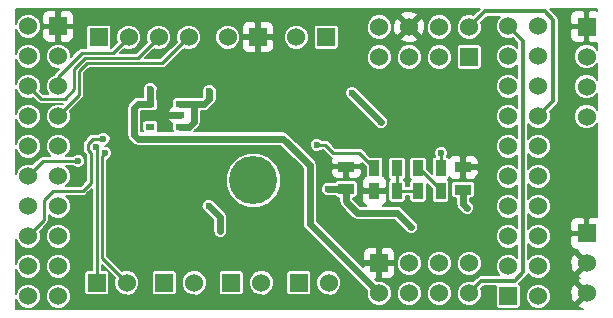
<source format=gbl>
G04 (created by PCBNEW (2013-may-18)-stable) date Вт 24 ноя 2015 00:04:13*
%MOIN*%
G04 Gerber Fmt 3.4, Leading zero omitted, Abs format*
%FSLAX34Y34*%
G01*
G70*
G90*
G04 APERTURE LIST*
%ADD10C,0.00590551*%
%ADD11R,0.06X0.06*%
%ADD12C,0.06*%
%ADD13R,0.035X0.055*%
%ADD14R,0.055X0.035*%
%ADD15C,0.16*%
%ADD16R,0.03X0.02*%
%ADD17C,0.023622*%
%ADD18C,0.023622*%
%ADD19C,0.011811*%
%ADD20C,0.01*%
%ADD21C,0.00787402*%
G04 APERTURE END LIST*
G54D10*
G54D11*
X29814Y-27322D03*
G54D12*
X30814Y-27322D03*
G54D13*
X38286Y-23503D03*
X39036Y-23503D03*
X37579Y-24251D03*
X36829Y-24251D03*
X37579Y-23503D03*
X36829Y-23503D03*
X38286Y-24251D03*
X39036Y-24251D03*
G54D14*
X35885Y-24193D03*
X35885Y-23443D03*
X39783Y-23463D03*
X39783Y-24213D03*
G54D11*
X36984Y-26665D03*
G54D12*
X36984Y-27665D03*
X37984Y-26665D03*
X37984Y-27665D03*
X38984Y-26665D03*
X38984Y-27665D03*
X39984Y-26665D03*
X39984Y-27665D03*
G54D11*
X39984Y-19791D03*
G54D12*
X39984Y-18791D03*
X38984Y-19791D03*
X38984Y-18791D03*
X37984Y-19791D03*
X37984Y-18791D03*
X36984Y-19791D03*
X36984Y-18791D03*
G54D11*
X27633Y-19133D03*
G54D12*
X28633Y-19133D03*
X29633Y-19133D03*
X30633Y-19133D03*
G54D11*
X43897Y-18775D03*
G54D12*
X43897Y-19775D03*
X43897Y-20775D03*
X43897Y-21775D03*
G54D11*
X43897Y-25673D03*
G54D12*
X43897Y-26673D03*
X43897Y-27673D03*
G54D11*
X27570Y-27322D03*
G54D12*
X28570Y-27322D03*
G54D11*
X35224Y-19133D03*
G54D12*
X34224Y-19133D03*
G54D11*
X32940Y-19133D03*
G54D12*
X31940Y-19133D03*
G54D11*
X32059Y-27322D03*
G54D12*
X33059Y-27322D03*
G54D11*
X34303Y-27322D03*
G54D12*
X35303Y-27322D03*
G54D15*
X32795Y-23897D03*
G54D11*
X26287Y-18767D03*
G54D12*
X25287Y-18767D03*
X26287Y-19767D03*
X25287Y-19767D03*
X26287Y-20767D03*
X25287Y-20767D03*
X26287Y-21767D03*
X25287Y-21767D03*
X26287Y-22767D03*
X25287Y-22767D03*
X26287Y-23767D03*
X25287Y-23767D03*
X26287Y-24767D03*
X25287Y-24767D03*
X26287Y-25767D03*
X25287Y-25767D03*
X26287Y-26767D03*
X25287Y-26767D03*
X26287Y-27767D03*
X25287Y-27767D03*
G54D11*
X41287Y-27767D03*
G54D12*
X42287Y-27767D03*
X41287Y-26767D03*
X42287Y-26767D03*
X41287Y-25767D03*
X42287Y-25767D03*
X41287Y-24767D03*
X42287Y-24767D03*
X41287Y-23767D03*
X42287Y-23767D03*
X41287Y-22767D03*
X42287Y-22767D03*
X41287Y-21767D03*
X42287Y-21767D03*
X41287Y-20767D03*
X42287Y-20767D03*
X41287Y-19767D03*
X42287Y-19767D03*
X41287Y-18767D03*
X42287Y-18767D03*
G54D16*
X30352Y-21357D03*
X30352Y-22107D03*
X29352Y-21357D03*
X30352Y-21732D03*
X29352Y-22107D03*
G54D17*
X31299Y-24744D03*
X29360Y-20846D03*
X29990Y-21732D03*
X29153Y-27952D03*
X25748Y-27244D03*
X27066Y-24783D03*
X27066Y-26299D03*
X27696Y-21712D03*
X27913Y-20748D03*
X32736Y-26318D03*
X39763Y-21496D03*
X28818Y-24763D03*
X33110Y-25157D03*
X36082Y-21003D03*
X37047Y-21968D03*
X39055Y-22992D03*
X39921Y-24822D03*
X27795Y-22519D03*
X34901Y-22716D03*
X26948Y-23267D03*
X27559Y-22775D03*
X27854Y-22992D03*
X31328Y-20925D03*
X35275Y-24192D03*
X38051Y-25452D03*
G54D18*
X31692Y-25590D02*
X31692Y-25137D01*
X31692Y-25137D02*
X31299Y-24744D01*
X29352Y-20854D02*
X29352Y-21357D01*
X29360Y-20846D02*
X29352Y-20854D01*
X29352Y-21357D02*
X28937Y-21357D01*
X28937Y-21357D02*
X28818Y-21476D01*
X28818Y-21476D02*
X28818Y-22391D01*
X28818Y-22391D02*
X28937Y-22509D01*
X28937Y-22509D02*
X33789Y-22509D01*
X33789Y-22509D02*
X34675Y-23395D01*
X34675Y-23395D02*
X34675Y-25356D01*
X34675Y-25356D02*
X36984Y-27665D01*
X30352Y-21732D02*
X29990Y-21732D01*
G54D19*
X27066Y-26299D02*
X27066Y-27696D01*
X27322Y-27952D02*
X29153Y-27952D01*
X27066Y-27696D02*
X27322Y-27952D01*
X27066Y-26299D02*
X27066Y-24783D01*
G54D18*
X27696Y-21712D02*
X27696Y-20964D01*
X27696Y-20964D02*
X27913Y-20748D01*
X37047Y-21968D02*
X36082Y-21003D01*
G54D20*
X38286Y-23503D02*
X38307Y-23503D01*
X39036Y-24233D02*
X39036Y-24251D01*
X38307Y-23503D02*
X39036Y-24233D01*
X39036Y-23010D02*
X39036Y-23503D01*
X39055Y-22992D02*
X39036Y-23010D01*
G54D18*
X39783Y-24685D02*
X39783Y-24213D01*
X39921Y-24822D02*
X39783Y-24685D01*
G54D19*
X39984Y-18791D02*
X39988Y-18791D01*
X42795Y-21259D02*
X42287Y-21767D01*
X42795Y-18543D02*
X42795Y-21259D01*
X42519Y-18267D02*
X42795Y-18543D01*
X40511Y-18267D02*
X42519Y-18267D01*
X39988Y-18791D02*
X40511Y-18267D01*
X39984Y-27665D02*
X39984Y-27653D01*
X41771Y-19251D02*
X41287Y-18767D01*
X41771Y-26968D02*
X41771Y-19251D01*
X41496Y-27244D02*
X41771Y-26968D01*
X40393Y-27244D02*
X41496Y-27244D01*
X39984Y-27653D02*
X40393Y-27244D01*
G54D20*
X26287Y-20751D02*
X26287Y-20444D01*
X28122Y-19645D02*
X28633Y-19133D01*
X27086Y-19645D02*
X28122Y-19645D01*
X26287Y-20444D02*
X27086Y-19645D01*
X25287Y-25751D02*
X25291Y-25751D01*
X27440Y-22519D02*
X27795Y-22519D01*
X27283Y-22677D02*
X27440Y-22519D01*
X27283Y-22893D02*
X27283Y-22677D01*
X27381Y-22992D02*
X27283Y-22893D01*
X27381Y-23976D02*
X27381Y-22992D01*
X27106Y-24251D02*
X27381Y-23976D01*
X26102Y-24251D02*
X27106Y-24251D01*
X25807Y-24547D02*
X26102Y-24251D01*
X25807Y-25236D02*
X25807Y-24547D01*
X25291Y-25751D02*
X25807Y-25236D01*
X34901Y-22716D02*
X35177Y-22716D01*
X25287Y-23751D02*
X25287Y-23748D01*
X25767Y-23267D02*
X26948Y-23267D01*
X25287Y-23748D02*
X25767Y-23267D01*
X36317Y-22992D02*
X36829Y-23503D01*
X35452Y-22992D02*
X36317Y-22992D01*
X35177Y-22716D02*
X35452Y-22992D01*
X37579Y-24251D02*
X37579Y-23503D01*
X38286Y-24251D02*
X37579Y-24251D01*
X27570Y-27322D02*
X27570Y-22787D01*
X27570Y-22787D02*
X27559Y-22775D01*
X27749Y-23096D02*
X27854Y-22992D01*
X27749Y-26489D02*
X27749Y-23096D01*
X28570Y-27311D02*
X27749Y-26489D01*
X28570Y-27322D02*
X28570Y-27311D01*
X30633Y-19133D02*
X30629Y-19133D01*
X26989Y-21049D02*
X26287Y-21751D01*
X26989Y-20252D02*
X26989Y-21049D01*
X27239Y-20003D02*
X26989Y-20252D01*
X29760Y-20003D02*
X27239Y-20003D01*
X30629Y-19133D02*
X29760Y-20003D01*
X25287Y-20751D02*
X25287Y-20759D01*
X28943Y-19824D02*
X29633Y-19133D01*
X27165Y-19824D02*
X28943Y-19824D01*
X26811Y-20178D02*
X27165Y-19824D01*
X26811Y-20866D02*
X26811Y-20178D01*
X26496Y-21181D02*
X26811Y-20866D01*
X25708Y-21181D02*
X26496Y-21181D01*
X25287Y-20759D02*
X25708Y-21181D01*
G54D18*
X30352Y-22107D02*
X30658Y-22107D01*
X30807Y-21958D02*
X30807Y-21357D01*
X30658Y-22107D02*
X30807Y-21958D01*
X30352Y-21357D02*
X30807Y-21357D01*
X30807Y-21357D02*
X31162Y-21357D01*
X31328Y-21190D02*
X31328Y-20925D01*
X31162Y-21357D02*
X31328Y-21190D01*
X35885Y-24193D02*
X35276Y-24193D01*
X35276Y-24193D02*
X35275Y-24192D01*
X35885Y-24193D02*
X35885Y-24606D01*
X35885Y-24606D02*
X36259Y-24980D01*
X36259Y-24980D02*
X37578Y-24980D01*
X37578Y-24980D02*
X38051Y-25452D01*
G54D10*
G36*
X44261Y-25140D02*
X44245Y-25133D01*
X44150Y-25133D01*
X44018Y-25133D01*
X43958Y-25193D01*
X43958Y-25612D01*
X43966Y-25612D01*
X43966Y-25733D01*
X43958Y-25733D01*
X43958Y-25741D01*
X43837Y-25741D01*
X43837Y-25733D01*
X43837Y-25612D01*
X43837Y-25193D01*
X43777Y-25133D01*
X43645Y-25133D01*
X43549Y-25133D01*
X43461Y-25170D01*
X43394Y-25237D01*
X43358Y-25325D01*
X43358Y-25552D01*
X43418Y-25612D01*
X43837Y-25612D01*
X43837Y-25733D01*
X43418Y-25733D01*
X43358Y-25793D01*
X43358Y-26020D01*
X43394Y-26108D01*
X43461Y-26176D01*
X43549Y-26212D01*
X43619Y-26212D01*
X43596Y-26286D01*
X43897Y-26587D01*
X43903Y-26581D01*
X43988Y-26667D01*
X43983Y-26673D01*
X43988Y-26678D01*
X43903Y-26764D01*
X43897Y-26758D01*
X43811Y-26844D01*
X43811Y-26673D01*
X43510Y-26372D01*
X43419Y-26401D01*
X43352Y-26604D01*
X43367Y-26818D01*
X43419Y-26945D01*
X43510Y-26974D01*
X43811Y-26673D01*
X43811Y-26844D01*
X43596Y-27059D01*
X43625Y-27151D01*
X43684Y-27170D01*
X43625Y-27195D01*
X43596Y-27286D01*
X43897Y-27587D01*
X43903Y-27581D01*
X43988Y-27667D01*
X43983Y-27673D01*
X43988Y-27678D01*
X43903Y-27764D01*
X43897Y-27758D01*
X43811Y-27844D01*
X43811Y-27673D01*
X43510Y-27372D01*
X43419Y-27401D01*
X43352Y-27604D01*
X43367Y-27818D01*
X43419Y-27945D01*
X43510Y-27974D01*
X43811Y-27673D01*
X43811Y-27844D01*
X43596Y-28059D01*
X43625Y-28151D01*
X43768Y-28198D01*
X42705Y-28198D01*
X42705Y-27684D01*
X42642Y-27531D01*
X42524Y-27413D01*
X42370Y-27349D01*
X42204Y-27349D01*
X42050Y-27413D01*
X41933Y-27530D01*
X41869Y-27684D01*
X41869Y-27850D01*
X41932Y-28004D01*
X42050Y-28121D01*
X42203Y-28185D01*
X42370Y-28185D01*
X42523Y-28122D01*
X42641Y-28004D01*
X42705Y-27851D01*
X42705Y-27684D01*
X42705Y-28198D01*
X39402Y-28198D01*
X39402Y-27582D01*
X39402Y-26582D01*
X39338Y-26428D01*
X39221Y-26311D01*
X39067Y-26247D01*
X38901Y-26247D01*
X38747Y-26310D01*
X38630Y-26428D01*
X38566Y-26581D01*
X38566Y-26748D01*
X38629Y-26901D01*
X38747Y-27019D01*
X38900Y-27083D01*
X39067Y-27083D01*
X39220Y-27020D01*
X39338Y-26902D01*
X39402Y-26748D01*
X39402Y-26582D01*
X39402Y-27582D01*
X39338Y-27428D01*
X39221Y-27311D01*
X39067Y-27247D01*
X38901Y-27247D01*
X38747Y-27310D01*
X38630Y-27428D01*
X38566Y-27581D01*
X38566Y-27748D01*
X38629Y-27901D01*
X38747Y-28019D01*
X38900Y-28083D01*
X39067Y-28083D01*
X39220Y-28020D01*
X39338Y-27902D01*
X39402Y-27748D01*
X39402Y-27582D01*
X39402Y-28198D01*
X38402Y-28198D01*
X38402Y-27582D01*
X38402Y-26582D01*
X38338Y-26428D01*
X38287Y-26377D01*
X38287Y-25405D01*
X38269Y-25362D01*
X38251Y-25319D01*
X38185Y-25252D01*
X38185Y-25252D01*
X37745Y-24813D01*
X37669Y-24762D01*
X37578Y-24744D01*
X37283Y-24744D01*
X37283Y-21921D01*
X37265Y-21878D01*
X37247Y-21834D01*
X37181Y-21768D01*
X37181Y-21768D01*
X36249Y-20837D01*
X36216Y-20803D01*
X36129Y-20767D01*
X36035Y-20767D01*
X35949Y-20803D01*
X35882Y-20869D01*
X35846Y-20956D01*
X35846Y-21050D01*
X35864Y-21094D01*
X35882Y-21137D01*
X35948Y-21204D01*
X35948Y-21204D01*
X36879Y-22135D01*
X36913Y-22168D01*
X36956Y-22186D01*
X37000Y-22204D01*
X37047Y-22204D01*
X37094Y-22204D01*
X37137Y-22186D01*
X37180Y-22168D01*
X37214Y-22135D01*
X37247Y-22102D01*
X37265Y-22058D01*
X37283Y-22015D01*
X37283Y-21968D01*
X37283Y-21921D01*
X37283Y-24744D01*
X37106Y-24744D01*
X37140Y-24730D01*
X37207Y-24662D01*
X37244Y-24574D01*
X37244Y-24479D01*
X37244Y-24024D01*
X37244Y-23929D01*
X37207Y-23841D01*
X37140Y-23773D01*
X37122Y-23766D01*
X37122Y-23755D01*
X37122Y-23205D01*
X37104Y-23162D01*
X37071Y-23128D01*
X37028Y-23110D01*
X36981Y-23110D01*
X36674Y-23110D01*
X36436Y-22873D01*
X36382Y-22836D01*
X36317Y-22824D01*
X36317Y-22824D01*
X35642Y-22824D01*
X35642Y-19410D01*
X35642Y-18810D01*
X35624Y-18767D01*
X35591Y-18733D01*
X35548Y-18715D01*
X35501Y-18715D01*
X34901Y-18715D01*
X34857Y-18733D01*
X34824Y-18766D01*
X34806Y-18810D01*
X34806Y-18857D01*
X34806Y-19457D01*
X34824Y-19500D01*
X34857Y-19533D01*
X34900Y-19551D01*
X34947Y-19551D01*
X35547Y-19551D01*
X35591Y-19534D01*
X35624Y-19500D01*
X35642Y-19457D01*
X35642Y-19410D01*
X35642Y-22824D01*
X35522Y-22824D01*
X35296Y-22597D01*
X35241Y-22561D01*
X35177Y-22548D01*
X35177Y-22548D01*
X35067Y-22548D01*
X35035Y-22516D01*
X34948Y-22480D01*
X34854Y-22480D01*
X34767Y-22516D01*
X34701Y-22582D01*
X34665Y-22669D01*
X34665Y-22763D01*
X34701Y-22850D01*
X34767Y-22916D01*
X34854Y-22952D01*
X34948Y-22952D01*
X35035Y-22916D01*
X35067Y-22884D01*
X35107Y-22884D01*
X35333Y-23110D01*
X35333Y-23110D01*
X35388Y-23147D01*
X35400Y-23149D01*
X35371Y-23221D01*
X35371Y-23323D01*
X35431Y-23383D01*
X35825Y-23383D01*
X35825Y-23375D01*
X35946Y-23375D01*
X35946Y-23383D01*
X36340Y-23383D01*
X36400Y-23323D01*
X36400Y-23312D01*
X36536Y-23448D01*
X36536Y-23766D01*
X36519Y-23773D01*
X36451Y-23841D01*
X36415Y-23929D01*
X36415Y-24024D01*
X36415Y-24131D01*
X36475Y-24191D01*
X36769Y-24191D01*
X36769Y-24183D01*
X36890Y-24183D01*
X36890Y-24191D01*
X37184Y-24191D01*
X37244Y-24131D01*
X37244Y-24024D01*
X37244Y-24479D01*
X37244Y-24372D01*
X37184Y-24312D01*
X36890Y-24312D01*
X36890Y-24320D01*
X36769Y-24320D01*
X36769Y-24312D01*
X36475Y-24312D01*
X36415Y-24372D01*
X36415Y-24479D01*
X36415Y-24574D01*
X36451Y-24662D01*
X36519Y-24730D01*
X36553Y-24744D01*
X36400Y-24744D01*
X36400Y-23666D01*
X36400Y-23564D01*
X36340Y-23504D01*
X35946Y-23504D01*
X35946Y-23798D01*
X36006Y-23858D01*
X36113Y-23858D01*
X36208Y-23858D01*
X36296Y-23821D01*
X36363Y-23754D01*
X36400Y-23666D01*
X36400Y-24744D01*
X36357Y-24744D01*
X36122Y-24508D01*
X36122Y-24487D01*
X36184Y-24487D01*
X36227Y-24469D01*
X36260Y-24435D01*
X36278Y-24392D01*
X36278Y-24345D01*
X36278Y-23995D01*
X36261Y-23952D01*
X36227Y-23918D01*
X36184Y-23900D01*
X36137Y-23900D01*
X35825Y-23900D01*
X35825Y-23798D01*
X35825Y-23504D01*
X35431Y-23504D01*
X35371Y-23564D01*
X35371Y-23666D01*
X35407Y-23754D01*
X35475Y-23821D01*
X35563Y-23858D01*
X35658Y-23858D01*
X35765Y-23858D01*
X35825Y-23798D01*
X35825Y-23900D01*
X35587Y-23900D01*
X35544Y-23918D01*
X35510Y-23951D01*
X35508Y-23957D01*
X35325Y-23957D01*
X35322Y-23956D01*
X35228Y-23956D01*
X35141Y-23992D01*
X35075Y-24058D01*
X35039Y-24145D01*
X35039Y-24239D01*
X35057Y-24283D01*
X35075Y-24326D01*
X35141Y-24393D01*
X35183Y-24410D01*
X35183Y-24410D01*
X35186Y-24412D01*
X35186Y-24412D01*
X35188Y-24412D01*
X35228Y-24429D01*
X35271Y-24429D01*
X35276Y-24430D01*
X35508Y-24430D01*
X35510Y-24435D01*
X35543Y-24468D01*
X35587Y-24486D01*
X35634Y-24487D01*
X35649Y-24487D01*
X35649Y-24606D01*
X35667Y-24696D01*
X35718Y-24773D01*
X36092Y-25147D01*
X36092Y-25147D01*
X36169Y-25198D01*
X36169Y-25198D01*
X36259Y-25216D01*
X36259Y-25216D01*
X37480Y-25216D01*
X37883Y-25619D01*
X37917Y-25652D01*
X37960Y-25670D01*
X38003Y-25688D01*
X38051Y-25688D01*
X38097Y-25689D01*
X38141Y-25670D01*
X38184Y-25653D01*
X38218Y-25619D01*
X38251Y-25586D01*
X38269Y-25543D01*
X38287Y-25499D01*
X38287Y-25452D01*
X38287Y-25405D01*
X38287Y-26377D01*
X38221Y-26311D01*
X38067Y-26247D01*
X37901Y-26247D01*
X37747Y-26310D01*
X37630Y-26428D01*
X37566Y-26581D01*
X37566Y-26748D01*
X37629Y-26901D01*
X37747Y-27019D01*
X37900Y-27083D01*
X38067Y-27083D01*
X38220Y-27020D01*
X38338Y-26902D01*
X38402Y-26748D01*
X38402Y-26582D01*
X38402Y-27582D01*
X38338Y-27428D01*
X38221Y-27311D01*
X38067Y-27247D01*
X37901Y-27247D01*
X37747Y-27310D01*
X37630Y-27428D01*
X37566Y-27581D01*
X37566Y-27748D01*
X37629Y-27901D01*
X37747Y-28019D01*
X37900Y-28083D01*
X38067Y-28083D01*
X38220Y-28020D01*
X38338Y-27902D01*
X38402Y-27748D01*
X38402Y-27582D01*
X38402Y-28198D01*
X37523Y-28198D01*
X37523Y-26917D01*
X37523Y-26412D01*
X37523Y-26317D01*
X37487Y-26229D01*
X37419Y-26162D01*
X37331Y-26125D01*
X37104Y-26125D01*
X37044Y-26185D01*
X37044Y-26604D01*
X37463Y-26604D01*
X37523Y-26544D01*
X37523Y-26412D01*
X37523Y-26917D01*
X37523Y-26785D01*
X37463Y-26725D01*
X37044Y-26725D01*
X37044Y-27144D01*
X37104Y-27204D01*
X37331Y-27204D01*
X37419Y-27168D01*
X37487Y-27101D01*
X37523Y-27013D01*
X37523Y-26917D01*
X37523Y-28198D01*
X37402Y-28198D01*
X37402Y-27582D01*
X37338Y-27428D01*
X37221Y-27311D01*
X37067Y-27247D01*
X36901Y-27247D01*
X36900Y-27247D01*
X36857Y-27204D01*
X36863Y-27204D01*
X36923Y-27144D01*
X36923Y-26725D01*
X36923Y-26604D01*
X36923Y-26185D01*
X36863Y-26125D01*
X36636Y-26125D01*
X36548Y-26162D01*
X36481Y-26229D01*
X36444Y-26317D01*
X36444Y-26412D01*
X36444Y-26544D01*
X36504Y-26604D01*
X36923Y-26604D01*
X36923Y-26725D01*
X36504Y-26725D01*
X36444Y-26785D01*
X36444Y-26791D01*
X34911Y-25258D01*
X34911Y-23395D01*
X34893Y-23305D01*
X34893Y-23305D01*
X34842Y-23228D01*
X34642Y-23028D01*
X34642Y-19051D01*
X34579Y-18897D01*
X34461Y-18779D01*
X34307Y-18715D01*
X34141Y-18715D01*
X33987Y-18779D01*
X33870Y-18896D01*
X33806Y-19050D01*
X33806Y-19216D01*
X33869Y-19370D01*
X33987Y-19488D01*
X34140Y-19551D01*
X34307Y-19552D01*
X34460Y-19488D01*
X34578Y-19371D01*
X34642Y-19217D01*
X34642Y-19051D01*
X34642Y-23028D01*
X33956Y-22342D01*
X33879Y-22291D01*
X33789Y-22273D01*
X33480Y-22273D01*
X33480Y-19386D01*
X33480Y-18881D01*
X33480Y-18786D01*
X33443Y-18698D01*
X33376Y-18630D01*
X33288Y-18594D01*
X33061Y-18594D01*
X33001Y-18654D01*
X33001Y-19073D01*
X33420Y-19073D01*
X33480Y-19013D01*
X33480Y-18881D01*
X33480Y-19386D01*
X33480Y-19254D01*
X33420Y-19194D01*
X33001Y-19194D01*
X33001Y-19613D01*
X33061Y-19673D01*
X33288Y-19673D01*
X33376Y-19636D01*
X33443Y-19569D01*
X33480Y-19481D01*
X33480Y-19386D01*
X33480Y-22273D01*
X32880Y-22273D01*
X32880Y-19613D01*
X32880Y-19194D01*
X32880Y-19073D01*
X32880Y-18654D01*
X32820Y-18594D01*
X32593Y-18594D01*
X32505Y-18630D01*
X32438Y-18698D01*
X32401Y-18786D01*
X32401Y-18881D01*
X32401Y-19013D01*
X32461Y-19073D01*
X32880Y-19073D01*
X32880Y-19194D01*
X32461Y-19194D01*
X32401Y-19254D01*
X32401Y-19386D01*
X32401Y-19481D01*
X32438Y-19569D01*
X32505Y-19636D01*
X32593Y-19673D01*
X32820Y-19673D01*
X32880Y-19613D01*
X32880Y-22273D01*
X32359Y-22273D01*
X32359Y-19051D01*
X32295Y-18897D01*
X32178Y-18779D01*
X32024Y-18715D01*
X31858Y-18715D01*
X31704Y-18779D01*
X31586Y-18896D01*
X31522Y-19050D01*
X31522Y-19216D01*
X31586Y-19370D01*
X31703Y-19488D01*
X31857Y-19551D01*
X32023Y-19552D01*
X32177Y-19488D01*
X32295Y-19371D01*
X32358Y-19217D01*
X32359Y-19051D01*
X32359Y-22273D01*
X30826Y-22273D01*
X30974Y-22125D01*
X30974Y-22125D01*
X31008Y-22074D01*
X31025Y-22049D01*
X31025Y-22049D01*
X31043Y-21958D01*
X31043Y-21958D01*
X31043Y-21593D01*
X31162Y-21593D01*
X31252Y-21575D01*
X31329Y-21524D01*
X31495Y-21357D01*
X31546Y-21281D01*
X31564Y-21190D01*
X31564Y-20925D01*
X31564Y-20925D01*
X31565Y-20878D01*
X31546Y-20834D01*
X31529Y-20791D01*
X31462Y-20725D01*
X31375Y-20689D01*
X31281Y-20688D01*
X31195Y-20724D01*
X31128Y-20791D01*
X31092Y-20878D01*
X31092Y-20971D01*
X31092Y-20972D01*
X31092Y-21093D01*
X31064Y-21121D01*
X30807Y-21121D01*
X30352Y-21121D01*
X30261Y-21139D01*
X30261Y-21139D01*
X30178Y-21139D01*
X30135Y-21157D01*
X30102Y-21190D01*
X30084Y-21233D01*
X30084Y-21280D01*
X30084Y-21422D01*
X30066Y-21429D01*
X29999Y-21496D01*
X29962Y-21584D01*
X29962Y-21622D01*
X30022Y-21682D01*
X30291Y-21682D01*
X30291Y-21663D01*
X30412Y-21663D01*
X30412Y-21682D01*
X30420Y-21682D01*
X30420Y-21782D01*
X30412Y-21782D01*
X30412Y-21800D01*
X30291Y-21800D01*
X30291Y-21782D01*
X30022Y-21782D01*
X29962Y-21842D01*
X29962Y-21879D01*
X29999Y-21967D01*
X30066Y-22035D01*
X30084Y-22042D01*
X30084Y-22230D01*
X30101Y-22273D01*
X29602Y-22273D01*
X29620Y-22230D01*
X29620Y-22183D01*
X29620Y-21983D01*
X29602Y-21940D01*
X29569Y-21907D01*
X29525Y-21889D01*
X29478Y-21889D01*
X29178Y-21889D01*
X29135Y-21907D01*
X29102Y-21940D01*
X29084Y-21983D01*
X29084Y-22030D01*
X29084Y-22230D01*
X29101Y-22273D01*
X29055Y-22273D01*
X29055Y-21593D01*
X29352Y-21593D01*
X29442Y-21575D01*
X29442Y-21575D01*
X29525Y-21575D01*
X29569Y-21557D01*
X29602Y-21524D01*
X29620Y-21480D01*
X29620Y-21433D01*
X29620Y-21233D01*
X29602Y-21190D01*
X29588Y-21176D01*
X29588Y-20912D01*
X29596Y-20893D01*
X29596Y-20846D01*
X29596Y-20799D01*
X29578Y-20756D01*
X29560Y-20712D01*
X29494Y-20646D01*
X29407Y-20610D01*
X29313Y-20610D01*
X29226Y-20646D01*
X29160Y-20712D01*
X29146Y-20745D01*
X29134Y-20763D01*
X29129Y-20785D01*
X29124Y-20799D01*
X29124Y-20814D01*
X29116Y-20854D01*
X29116Y-21121D01*
X28937Y-21121D01*
X28847Y-21139D01*
X28770Y-21190D01*
X28651Y-21309D01*
X28600Y-21385D01*
X28582Y-21476D01*
X28582Y-22391D01*
X28600Y-22482D01*
X28651Y-22558D01*
X28769Y-22676D01*
X28846Y-22728D01*
X28937Y-22746D01*
X33691Y-22746D01*
X34438Y-23493D01*
X34438Y-25356D01*
X34456Y-25446D01*
X34508Y-25523D01*
X36566Y-27581D01*
X36566Y-27581D01*
X36566Y-27748D01*
X36629Y-27901D01*
X36747Y-28019D01*
X36900Y-28083D01*
X37067Y-28083D01*
X37220Y-28020D01*
X37338Y-27902D01*
X37402Y-27748D01*
X37402Y-27582D01*
X37402Y-28198D01*
X35721Y-28198D01*
X35721Y-27240D01*
X35657Y-27086D01*
X35540Y-26968D01*
X35386Y-26904D01*
X35220Y-26904D01*
X35066Y-26968D01*
X34948Y-27085D01*
X34885Y-27239D01*
X34884Y-27405D01*
X34948Y-27559D01*
X35066Y-27677D01*
X35219Y-27740D01*
X35385Y-27741D01*
X35539Y-27677D01*
X35657Y-27559D01*
X35721Y-27406D01*
X35721Y-27240D01*
X35721Y-28198D01*
X34721Y-28198D01*
X34721Y-27599D01*
X34721Y-26999D01*
X34703Y-26956D01*
X34670Y-26922D01*
X34626Y-26904D01*
X34579Y-26904D01*
X33979Y-26904D01*
X33936Y-26922D01*
X33903Y-26955D01*
X33885Y-26999D01*
X33885Y-27046D01*
X33885Y-27646D01*
X33902Y-27689D01*
X33936Y-27722D01*
X33979Y-27740D01*
X34026Y-27740D01*
X34626Y-27740D01*
X34669Y-27723D01*
X34703Y-27689D01*
X34721Y-27646D01*
X34721Y-27599D01*
X34721Y-28198D01*
X33713Y-28198D01*
X33713Y-23715D01*
X33574Y-23378D01*
X33316Y-23119D01*
X32978Y-22979D01*
X32613Y-22979D01*
X32275Y-23118D01*
X32017Y-23376D01*
X31877Y-23714D01*
X31877Y-24079D01*
X32016Y-24417D01*
X32274Y-24675D01*
X32611Y-24815D01*
X32977Y-24815D01*
X33314Y-24676D01*
X33573Y-24418D01*
X33713Y-24081D01*
X33713Y-23715D01*
X33713Y-28198D01*
X33477Y-28198D01*
X33477Y-27240D01*
X33413Y-27086D01*
X33296Y-26968D01*
X33142Y-26904D01*
X32976Y-26904D01*
X32822Y-26968D01*
X32704Y-27085D01*
X32641Y-27239D01*
X32640Y-27405D01*
X32704Y-27559D01*
X32821Y-27677D01*
X32975Y-27740D01*
X33141Y-27741D01*
X33295Y-27677D01*
X33413Y-27559D01*
X33477Y-27406D01*
X33477Y-27240D01*
X33477Y-28198D01*
X32477Y-28198D01*
X32477Y-27599D01*
X32477Y-26999D01*
X32459Y-26956D01*
X32426Y-26922D01*
X32382Y-26904D01*
X32335Y-26904D01*
X31929Y-26904D01*
X31929Y-25590D01*
X31929Y-25137D01*
X31911Y-25047D01*
X31911Y-25047D01*
X31859Y-24970D01*
X31466Y-24577D01*
X31433Y-24543D01*
X31346Y-24507D01*
X31252Y-24507D01*
X31165Y-24543D01*
X31099Y-24610D01*
X31063Y-24696D01*
X31062Y-24790D01*
X31080Y-24834D01*
X31098Y-24877D01*
X31165Y-24944D01*
X31165Y-24944D01*
X31456Y-25235D01*
X31456Y-25590D01*
X31474Y-25680D01*
X31525Y-25757D01*
X31602Y-25808D01*
X31692Y-25826D01*
X31783Y-25808D01*
X31859Y-25757D01*
X31911Y-25680D01*
X31929Y-25590D01*
X31929Y-26904D01*
X31735Y-26904D01*
X31692Y-26922D01*
X31658Y-26955D01*
X31640Y-26999D01*
X31640Y-27046D01*
X31640Y-27646D01*
X31658Y-27689D01*
X31692Y-27722D01*
X31735Y-27740D01*
X31782Y-27740D01*
X32382Y-27740D01*
X32425Y-27723D01*
X32459Y-27689D01*
X32477Y-27646D01*
X32477Y-27599D01*
X32477Y-28198D01*
X31233Y-28198D01*
X31233Y-27240D01*
X31169Y-27086D01*
X31052Y-26968D01*
X30898Y-26904D01*
X30732Y-26904D01*
X30578Y-26968D01*
X30460Y-27085D01*
X30396Y-27239D01*
X30396Y-27405D01*
X30460Y-27559D01*
X30577Y-27677D01*
X30731Y-27740D01*
X30897Y-27741D01*
X31051Y-27677D01*
X31169Y-27559D01*
X31232Y-27406D01*
X31233Y-27240D01*
X31233Y-28198D01*
X30233Y-28198D01*
X30233Y-27599D01*
X30233Y-26999D01*
X30215Y-26956D01*
X30181Y-26922D01*
X30138Y-26904D01*
X30091Y-26904D01*
X29491Y-26904D01*
X29448Y-26922D01*
X29414Y-26955D01*
X29396Y-26999D01*
X29396Y-27046D01*
X29396Y-27646D01*
X29414Y-27689D01*
X29447Y-27722D01*
X29491Y-27740D01*
X29538Y-27740D01*
X30138Y-27740D01*
X30181Y-27723D01*
X30215Y-27689D01*
X30233Y-27646D01*
X30233Y-27599D01*
X30233Y-28198D01*
X26705Y-28198D01*
X26705Y-27684D01*
X26705Y-26684D01*
X26705Y-25684D01*
X26642Y-25531D01*
X26524Y-25413D01*
X26370Y-25349D01*
X26204Y-25349D01*
X26050Y-25413D01*
X25933Y-25530D01*
X25869Y-25684D01*
X25869Y-25850D01*
X25932Y-26004D01*
X26050Y-26121D01*
X26203Y-26185D01*
X26370Y-26185D01*
X26523Y-26122D01*
X26641Y-26004D01*
X26705Y-25851D01*
X26705Y-25684D01*
X26705Y-26684D01*
X26642Y-26531D01*
X26524Y-26413D01*
X26370Y-26349D01*
X26204Y-26349D01*
X26050Y-26413D01*
X25933Y-26530D01*
X25869Y-26684D01*
X25869Y-26850D01*
X25932Y-27004D01*
X26050Y-27121D01*
X26203Y-27185D01*
X26370Y-27185D01*
X26523Y-27122D01*
X26641Y-27004D01*
X26705Y-26851D01*
X26705Y-26684D01*
X26705Y-27684D01*
X26642Y-27531D01*
X26524Y-27413D01*
X26370Y-27349D01*
X26204Y-27349D01*
X26050Y-27413D01*
X25933Y-27530D01*
X25869Y-27684D01*
X25869Y-27850D01*
X25932Y-28004D01*
X26050Y-28121D01*
X26203Y-28185D01*
X26370Y-28185D01*
X26523Y-28122D01*
X26641Y-28004D01*
X26705Y-27851D01*
X26705Y-27684D01*
X26705Y-28198D01*
X24872Y-28198D01*
X24872Y-27857D01*
X24932Y-28004D01*
X25050Y-28121D01*
X25203Y-28185D01*
X25370Y-28185D01*
X25523Y-28122D01*
X25641Y-28004D01*
X25705Y-27851D01*
X25705Y-27684D01*
X25642Y-27531D01*
X25524Y-27413D01*
X25370Y-27349D01*
X25204Y-27349D01*
X25050Y-27413D01*
X24933Y-27530D01*
X24872Y-27677D01*
X24872Y-26857D01*
X24932Y-27004D01*
X25050Y-27121D01*
X25203Y-27185D01*
X25370Y-27185D01*
X25523Y-27122D01*
X25641Y-27004D01*
X25705Y-26851D01*
X25705Y-26684D01*
X25642Y-26531D01*
X25524Y-26413D01*
X25370Y-26349D01*
X25204Y-26349D01*
X25050Y-26413D01*
X24933Y-26530D01*
X24872Y-26677D01*
X24872Y-25857D01*
X24932Y-26004D01*
X25050Y-26121D01*
X25203Y-26185D01*
X25370Y-26185D01*
X25523Y-26122D01*
X25641Y-26004D01*
X25705Y-25851D01*
X25705Y-25684D01*
X25673Y-25607D01*
X25925Y-25355D01*
X25925Y-25355D01*
X25925Y-25355D01*
X25962Y-25300D01*
X25962Y-25300D01*
X25972Y-25249D01*
X25975Y-25236D01*
X25975Y-25236D01*
X25975Y-25236D01*
X25975Y-25046D01*
X26050Y-25121D01*
X26203Y-25185D01*
X26370Y-25185D01*
X26523Y-25122D01*
X26641Y-25004D01*
X26705Y-24851D01*
X26705Y-24684D01*
X26642Y-24531D01*
X26531Y-24420D01*
X27106Y-24420D01*
X27106Y-24420D01*
X27106Y-24420D01*
X27170Y-24407D01*
X27225Y-24370D01*
X27402Y-24193D01*
X27402Y-26904D01*
X27247Y-26904D01*
X27204Y-26922D01*
X27170Y-26955D01*
X27152Y-26999D01*
X27152Y-27046D01*
X27152Y-27646D01*
X27170Y-27689D01*
X27203Y-27722D01*
X27247Y-27740D01*
X27294Y-27740D01*
X27894Y-27740D01*
X27937Y-27723D01*
X27970Y-27689D01*
X27988Y-27646D01*
X27988Y-27599D01*
X27988Y-26999D01*
X27971Y-26956D01*
X27937Y-26922D01*
X27894Y-26904D01*
X27847Y-26904D01*
X27738Y-26904D01*
X27738Y-26716D01*
X28184Y-27162D01*
X28152Y-27239D01*
X28152Y-27405D01*
X28216Y-27559D01*
X28333Y-27677D01*
X28487Y-27740D01*
X28653Y-27741D01*
X28807Y-27677D01*
X28925Y-27559D01*
X28988Y-27406D01*
X28989Y-27240D01*
X28925Y-27086D01*
X28808Y-26968D01*
X28654Y-26904D01*
X28488Y-26904D01*
X28427Y-26929D01*
X27917Y-26420D01*
X27917Y-23221D01*
X27987Y-23192D01*
X28054Y-23126D01*
X28090Y-23039D01*
X28090Y-22945D01*
X28054Y-22858D01*
X27988Y-22791D01*
X27901Y-22755D01*
X27842Y-22755D01*
X27928Y-22720D01*
X27995Y-22653D01*
X28031Y-22566D01*
X28031Y-22472D01*
X27995Y-22386D01*
X27929Y-22319D01*
X27842Y-22283D01*
X27748Y-22283D01*
X27661Y-22319D01*
X27629Y-22351D01*
X27440Y-22351D01*
X27376Y-22364D01*
X27322Y-22400D01*
X27322Y-22400D01*
X27164Y-22558D01*
X27128Y-22612D01*
X27115Y-22677D01*
X27115Y-22677D01*
X27115Y-22893D01*
X27115Y-22893D01*
X27128Y-22958D01*
X27164Y-23012D01*
X27213Y-23061D01*
X27213Y-23906D01*
X27036Y-24083D01*
X26562Y-24083D01*
X26641Y-24004D01*
X26705Y-23851D01*
X26705Y-23684D01*
X26642Y-23531D01*
X26546Y-23435D01*
X26782Y-23435D01*
X26814Y-23467D01*
X26901Y-23503D01*
X26995Y-23503D01*
X27082Y-23468D01*
X27148Y-23401D01*
X27184Y-23314D01*
X27185Y-23220D01*
X27149Y-23134D01*
X27082Y-23067D01*
X26996Y-23031D01*
X26902Y-23031D01*
X26815Y-23067D01*
X26782Y-23099D01*
X26546Y-23099D01*
X26641Y-23004D01*
X26705Y-22851D01*
X26705Y-22684D01*
X26642Y-22531D01*
X26524Y-22413D01*
X26370Y-22349D01*
X26204Y-22349D01*
X26050Y-22413D01*
X25933Y-22530D01*
X25869Y-22684D01*
X25869Y-22850D01*
X25932Y-23004D01*
X26027Y-23099D01*
X25767Y-23099D01*
X25703Y-23112D01*
X25648Y-23148D01*
X25648Y-23148D01*
X25425Y-23372D01*
X25370Y-23349D01*
X25204Y-23349D01*
X25050Y-23413D01*
X24933Y-23530D01*
X24872Y-23677D01*
X24872Y-22857D01*
X24932Y-23004D01*
X25050Y-23121D01*
X25203Y-23185D01*
X25370Y-23185D01*
X25523Y-23122D01*
X25641Y-23004D01*
X25705Y-22851D01*
X25705Y-22684D01*
X25642Y-22531D01*
X25524Y-22413D01*
X25370Y-22349D01*
X25204Y-22349D01*
X25050Y-22413D01*
X24933Y-22530D01*
X24872Y-22677D01*
X24872Y-21857D01*
X24932Y-22004D01*
X25050Y-22121D01*
X25203Y-22185D01*
X25370Y-22185D01*
X25523Y-22122D01*
X25641Y-22004D01*
X25705Y-21851D01*
X25705Y-21684D01*
X25642Y-21531D01*
X25524Y-21413D01*
X25370Y-21349D01*
X25204Y-21349D01*
X25050Y-21413D01*
X24933Y-21530D01*
X24872Y-21677D01*
X24872Y-20857D01*
X24932Y-21004D01*
X25050Y-21121D01*
X25203Y-21185D01*
X25370Y-21185D01*
X25444Y-21155D01*
X25589Y-21299D01*
X25589Y-21299D01*
X25644Y-21336D01*
X25708Y-21349D01*
X26452Y-21349D01*
X26428Y-21373D01*
X26370Y-21349D01*
X26204Y-21349D01*
X26050Y-21413D01*
X25933Y-21530D01*
X25869Y-21684D01*
X25869Y-21850D01*
X25932Y-22004D01*
X26050Y-22121D01*
X26203Y-22185D01*
X26370Y-22185D01*
X26523Y-22122D01*
X26641Y-22004D01*
X26705Y-21851D01*
X26705Y-21684D01*
X26672Y-21604D01*
X27108Y-21168D01*
X27108Y-21168D01*
X27108Y-21168D01*
X27145Y-21113D01*
X27145Y-21113D01*
X27155Y-21062D01*
X27157Y-21049D01*
X27157Y-21049D01*
X27157Y-21049D01*
X27157Y-20322D01*
X27309Y-20171D01*
X29760Y-20171D01*
X29760Y-20171D01*
X29760Y-20171D01*
X29824Y-20158D01*
X29879Y-20122D01*
X30479Y-19522D01*
X30550Y-19551D01*
X30716Y-19552D01*
X30870Y-19488D01*
X30988Y-19371D01*
X31051Y-19217D01*
X31052Y-19051D01*
X30988Y-18897D01*
X30871Y-18779D01*
X30717Y-18715D01*
X30551Y-18715D01*
X30397Y-18779D01*
X30279Y-18896D01*
X30215Y-19050D01*
X30215Y-19216D01*
X30243Y-19282D01*
X29690Y-19835D01*
X29170Y-19835D01*
X29481Y-19523D01*
X29550Y-19551D01*
X29716Y-19552D01*
X29870Y-19488D01*
X29988Y-19371D01*
X30051Y-19217D01*
X30052Y-19051D01*
X29988Y-18897D01*
X29871Y-18779D01*
X29717Y-18715D01*
X29551Y-18715D01*
X29397Y-18779D01*
X29279Y-18896D01*
X29215Y-19050D01*
X29215Y-19216D01*
X29244Y-19285D01*
X28873Y-19656D01*
X28349Y-19656D01*
X28481Y-19523D01*
X28550Y-19551D01*
X28716Y-19552D01*
X28870Y-19488D01*
X28988Y-19371D01*
X29051Y-19217D01*
X29052Y-19051D01*
X28988Y-18897D01*
X28871Y-18779D01*
X28717Y-18715D01*
X28551Y-18715D01*
X28397Y-18779D01*
X28279Y-18896D01*
X28215Y-19050D01*
X28215Y-19216D01*
X28244Y-19285D01*
X28052Y-19477D01*
X28043Y-19477D01*
X28051Y-19457D01*
X28051Y-19410D01*
X28051Y-18810D01*
X28034Y-18767D01*
X28000Y-18733D01*
X27957Y-18715D01*
X27910Y-18715D01*
X27310Y-18715D01*
X27267Y-18733D01*
X27233Y-18766D01*
X27215Y-18810D01*
X27215Y-18857D01*
X27215Y-19457D01*
X27224Y-19477D01*
X27086Y-19477D01*
X27022Y-19490D01*
X26967Y-19526D01*
X26967Y-19526D01*
X26826Y-19667D01*
X26826Y-19115D01*
X26826Y-18420D01*
X26790Y-18332D01*
X26723Y-18264D01*
X26635Y-18228D01*
X26539Y-18228D01*
X26407Y-18228D01*
X26348Y-18288D01*
X26348Y-18707D01*
X26766Y-18707D01*
X26826Y-18647D01*
X26826Y-18420D01*
X26826Y-19115D01*
X26826Y-18888D01*
X26766Y-18828D01*
X26348Y-18828D01*
X26348Y-19247D01*
X26407Y-19307D01*
X26539Y-19307D01*
X26635Y-19307D01*
X26723Y-19270D01*
X26790Y-19203D01*
X26826Y-19115D01*
X26826Y-19667D01*
X26705Y-19789D01*
X26705Y-19684D01*
X26642Y-19531D01*
X26524Y-19413D01*
X26370Y-19349D01*
X26226Y-19349D01*
X26226Y-19247D01*
X26226Y-18828D01*
X26226Y-18707D01*
X26226Y-18288D01*
X26166Y-18228D01*
X26034Y-18228D01*
X25939Y-18228D01*
X25851Y-18264D01*
X25784Y-18332D01*
X25747Y-18420D01*
X25748Y-18647D01*
X25807Y-18707D01*
X26226Y-18707D01*
X26226Y-18828D01*
X25807Y-18828D01*
X25748Y-18888D01*
X25747Y-19115D01*
X25784Y-19203D01*
X25851Y-19270D01*
X25939Y-19307D01*
X26034Y-19307D01*
X26166Y-19307D01*
X26226Y-19247D01*
X26226Y-19349D01*
X26204Y-19349D01*
X26050Y-19413D01*
X25933Y-19530D01*
X25869Y-19684D01*
X25869Y-19850D01*
X25932Y-20004D01*
X26050Y-20121D01*
X26203Y-20185D01*
X26308Y-20185D01*
X26168Y-20326D01*
X26133Y-20379D01*
X26050Y-20413D01*
X25933Y-20530D01*
X25869Y-20684D01*
X25869Y-20850D01*
X25932Y-21004D01*
X25941Y-21012D01*
X25778Y-21012D01*
X25679Y-20914D01*
X25705Y-20851D01*
X25705Y-20684D01*
X25642Y-20531D01*
X25524Y-20413D01*
X25370Y-20349D01*
X25204Y-20349D01*
X25050Y-20413D01*
X24933Y-20530D01*
X24872Y-20677D01*
X24872Y-19857D01*
X24932Y-20004D01*
X25050Y-20121D01*
X25203Y-20185D01*
X25370Y-20185D01*
X25523Y-20122D01*
X25641Y-20004D01*
X25705Y-19851D01*
X25705Y-19684D01*
X25642Y-19531D01*
X25524Y-19413D01*
X25370Y-19349D01*
X25204Y-19349D01*
X25050Y-19413D01*
X24933Y-19530D01*
X24872Y-19677D01*
X24872Y-18857D01*
X24932Y-19004D01*
X25050Y-19121D01*
X25203Y-19185D01*
X25370Y-19185D01*
X25523Y-19122D01*
X25641Y-19004D01*
X25705Y-18851D01*
X25705Y-18684D01*
X25642Y-18531D01*
X25524Y-18413D01*
X25370Y-18349D01*
X25204Y-18349D01*
X25050Y-18413D01*
X24933Y-18530D01*
X24872Y-18677D01*
X24872Y-18179D01*
X40349Y-18179D01*
X40129Y-18399D01*
X40067Y-18373D01*
X39901Y-18373D01*
X39747Y-18436D01*
X39630Y-18554D01*
X39566Y-18707D01*
X39566Y-18874D01*
X39629Y-19027D01*
X39747Y-19145D01*
X39900Y-19209D01*
X40067Y-19209D01*
X40220Y-19146D01*
X40338Y-19028D01*
X40402Y-18874D01*
X40402Y-18708D01*
X40378Y-18651D01*
X40585Y-18444D01*
X41018Y-18444D01*
X40933Y-18530D01*
X40869Y-18684D01*
X40869Y-18850D01*
X40932Y-19004D01*
X41050Y-19121D01*
X41203Y-19185D01*
X41370Y-19185D01*
X41430Y-19161D01*
X41594Y-19325D01*
X41594Y-19483D01*
X41524Y-19413D01*
X41370Y-19349D01*
X41204Y-19349D01*
X41050Y-19413D01*
X40933Y-19530D01*
X40869Y-19684D01*
X40869Y-19850D01*
X40932Y-20004D01*
X41050Y-20121D01*
X41203Y-20185D01*
X41370Y-20185D01*
X41523Y-20122D01*
X41594Y-20051D01*
X41594Y-20483D01*
X41524Y-20413D01*
X41370Y-20349D01*
X41204Y-20349D01*
X41050Y-20413D01*
X40933Y-20530D01*
X40869Y-20684D01*
X40869Y-20850D01*
X40932Y-21004D01*
X41050Y-21121D01*
X41203Y-21185D01*
X41370Y-21185D01*
X41523Y-21122D01*
X41594Y-21051D01*
X41594Y-21483D01*
X41524Y-21413D01*
X41370Y-21349D01*
X41204Y-21349D01*
X41050Y-21413D01*
X40933Y-21530D01*
X40869Y-21684D01*
X40869Y-21850D01*
X40932Y-22004D01*
X41050Y-22121D01*
X41203Y-22185D01*
X41370Y-22185D01*
X41523Y-22122D01*
X41594Y-22051D01*
X41594Y-22483D01*
X41524Y-22413D01*
X41370Y-22349D01*
X41204Y-22349D01*
X41050Y-22413D01*
X40933Y-22530D01*
X40869Y-22684D01*
X40869Y-22850D01*
X40932Y-23004D01*
X41050Y-23121D01*
X41203Y-23185D01*
X41370Y-23185D01*
X41523Y-23122D01*
X41594Y-23051D01*
X41594Y-23483D01*
X41524Y-23413D01*
X41370Y-23349D01*
X41204Y-23349D01*
X41050Y-23413D01*
X40933Y-23530D01*
X40869Y-23684D01*
X40869Y-23850D01*
X40932Y-24004D01*
X41050Y-24121D01*
X41203Y-24185D01*
X41370Y-24185D01*
X41523Y-24122D01*
X41594Y-24051D01*
X41594Y-24483D01*
X41524Y-24413D01*
X41370Y-24349D01*
X41204Y-24349D01*
X41050Y-24413D01*
X40933Y-24530D01*
X40869Y-24684D01*
X40869Y-24850D01*
X40932Y-25004D01*
X41050Y-25121D01*
X41203Y-25185D01*
X41370Y-25185D01*
X41523Y-25122D01*
X41594Y-25051D01*
X41594Y-25483D01*
X41524Y-25413D01*
X41370Y-25349D01*
X41204Y-25349D01*
X41050Y-25413D01*
X40933Y-25530D01*
X40869Y-25684D01*
X40869Y-25850D01*
X40932Y-26004D01*
X41050Y-26121D01*
X41203Y-26185D01*
X41370Y-26185D01*
X41523Y-26122D01*
X41594Y-26051D01*
X41594Y-26483D01*
X41524Y-26413D01*
X41370Y-26349D01*
X41204Y-26349D01*
X41050Y-26413D01*
X40933Y-26530D01*
X40869Y-26684D01*
X40869Y-26850D01*
X40932Y-27004D01*
X40995Y-27066D01*
X40402Y-27066D01*
X40402Y-26582D01*
X40402Y-26582D01*
X40402Y-20067D01*
X40402Y-19467D01*
X40384Y-19424D01*
X40351Y-19391D01*
X40307Y-19373D01*
X40260Y-19373D01*
X39660Y-19373D01*
X39617Y-19391D01*
X39584Y-19424D01*
X39566Y-19467D01*
X39566Y-19514D01*
X39566Y-20114D01*
X39584Y-20158D01*
X39617Y-20191D01*
X39660Y-20209D01*
X39707Y-20209D01*
X40307Y-20209D01*
X40351Y-20191D01*
X40384Y-20158D01*
X40402Y-20114D01*
X40402Y-20067D01*
X40402Y-26582D01*
X40338Y-26428D01*
X40297Y-26387D01*
X40297Y-23685D01*
X40297Y-23241D01*
X40261Y-23153D01*
X40194Y-23085D01*
X40106Y-23049D01*
X40011Y-23049D01*
X39903Y-23049D01*
X39844Y-23109D01*
X39844Y-23402D01*
X40237Y-23402D01*
X40297Y-23343D01*
X40297Y-23241D01*
X40297Y-23685D01*
X40297Y-23584D01*
X40237Y-23524D01*
X39844Y-23524D01*
X39844Y-23818D01*
X39903Y-23877D01*
X40011Y-23877D01*
X40106Y-23877D01*
X40194Y-23841D01*
X40261Y-23773D01*
X40297Y-23685D01*
X40297Y-26387D01*
X40221Y-26311D01*
X40176Y-26292D01*
X40176Y-24365D01*
X40176Y-24015D01*
X40158Y-23971D01*
X40125Y-23938D01*
X40082Y-23920D01*
X40035Y-23920D01*
X39722Y-23920D01*
X39722Y-23818D01*
X39722Y-23524D01*
X39714Y-23524D01*
X39714Y-23402D01*
X39722Y-23402D01*
X39722Y-23109D01*
X39662Y-23049D01*
X39555Y-23049D01*
X39460Y-23049D01*
X39402Y-23073D01*
X39402Y-19708D01*
X39402Y-18708D01*
X39338Y-18554D01*
X39221Y-18437D01*
X39067Y-18373D01*
X38901Y-18373D01*
X38747Y-18436D01*
X38630Y-18554D01*
X38566Y-18707D01*
X38566Y-18874D01*
X38629Y-19027D01*
X38747Y-19145D01*
X38900Y-19209D01*
X39067Y-19209D01*
X39220Y-19146D01*
X39338Y-19028D01*
X39402Y-18874D01*
X39402Y-18708D01*
X39402Y-19708D01*
X39338Y-19554D01*
X39221Y-19437D01*
X39067Y-19373D01*
X38901Y-19373D01*
X38747Y-19436D01*
X38630Y-19554D01*
X38566Y-19707D01*
X38566Y-19874D01*
X38629Y-20027D01*
X38747Y-20145D01*
X38900Y-20209D01*
X39067Y-20209D01*
X39220Y-20146D01*
X39338Y-20028D01*
X39402Y-19874D01*
X39402Y-19708D01*
X39402Y-23073D01*
X39372Y-23085D01*
X39305Y-23153D01*
X39304Y-23155D01*
X39278Y-23128D01*
X39257Y-23120D01*
X39291Y-23039D01*
X39291Y-22945D01*
X39255Y-22858D01*
X39189Y-22791D01*
X39102Y-22755D01*
X39008Y-22755D01*
X38921Y-22791D01*
X38854Y-22858D01*
X38818Y-22944D01*
X38818Y-23038D01*
X38848Y-23110D01*
X38838Y-23110D01*
X38794Y-23128D01*
X38761Y-23161D01*
X38743Y-23205D01*
X38743Y-23252D01*
X38743Y-23702D01*
X38579Y-23538D01*
X38579Y-23205D01*
X38561Y-23162D01*
X38529Y-23130D01*
X38529Y-18859D01*
X38514Y-18645D01*
X38462Y-18519D01*
X38371Y-18490D01*
X38285Y-18576D01*
X38285Y-18404D01*
X38256Y-18313D01*
X38052Y-18245D01*
X37838Y-18260D01*
X37712Y-18313D01*
X37683Y-18404D01*
X37984Y-18705D01*
X38285Y-18404D01*
X38285Y-18576D01*
X38069Y-18791D01*
X38371Y-19092D01*
X38462Y-19063D01*
X38529Y-18859D01*
X38529Y-23130D01*
X38528Y-23128D01*
X38485Y-23110D01*
X38438Y-23110D01*
X38402Y-23110D01*
X38402Y-19708D01*
X38338Y-19554D01*
X38285Y-19501D01*
X38285Y-19178D01*
X37984Y-18877D01*
X37898Y-18962D01*
X37898Y-18791D01*
X37597Y-18490D01*
X37506Y-18519D01*
X37438Y-18722D01*
X37453Y-18936D01*
X37506Y-19063D01*
X37597Y-19092D01*
X37898Y-18791D01*
X37898Y-18962D01*
X37683Y-19178D01*
X37712Y-19269D01*
X37915Y-19336D01*
X38129Y-19321D01*
X38256Y-19269D01*
X38285Y-19178D01*
X38285Y-19501D01*
X38221Y-19437D01*
X38067Y-19373D01*
X37901Y-19373D01*
X37747Y-19436D01*
X37630Y-19554D01*
X37566Y-19707D01*
X37566Y-19874D01*
X37629Y-20027D01*
X37747Y-20145D01*
X37900Y-20209D01*
X38067Y-20209D01*
X38220Y-20146D01*
X38338Y-20028D01*
X38402Y-19874D01*
X38402Y-19708D01*
X38402Y-23110D01*
X38088Y-23110D01*
X38044Y-23128D01*
X38011Y-23161D01*
X37993Y-23205D01*
X37993Y-23252D01*
X37993Y-23802D01*
X38011Y-23845D01*
X38043Y-23877D01*
X38011Y-23909D01*
X37993Y-23953D01*
X37993Y-24000D01*
X37993Y-24083D01*
X37872Y-24083D01*
X37872Y-23953D01*
X37854Y-23910D01*
X37822Y-23877D01*
X37854Y-23845D01*
X37872Y-23802D01*
X37872Y-23755D01*
X37872Y-23205D01*
X37854Y-23162D01*
X37821Y-23128D01*
X37778Y-23110D01*
X37731Y-23110D01*
X37402Y-23110D01*
X37402Y-19708D01*
X37402Y-18708D01*
X37338Y-18554D01*
X37221Y-18437D01*
X37067Y-18373D01*
X36901Y-18373D01*
X36747Y-18436D01*
X36630Y-18554D01*
X36566Y-18707D01*
X36566Y-18874D01*
X36629Y-19027D01*
X36747Y-19145D01*
X36900Y-19209D01*
X37067Y-19209D01*
X37220Y-19146D01*
X37338Y-19028D01*
X37402Y-18874D01*
X37402Y-18708D01*
X37402Y-19708D01*
X37338Y-19554D01*
X37221Y-19437D01*
X37067Y-19373D01*
X36901Y-19373D01*
X36747Y-19436D01*
X36630Y-19554D01*
X36566Y-19707D01*
X36566Y-19874D01*
X36629Y-20027D01*
X36747Y-20145D01*
X36900Y-20209D01*
X37067Y-20209D01*
X37220Y-20146D01*
X37338Y-20028D01*
X37402Y-19874D01*
X37402Y-19708D01*
X37402Y-23110D01*
X37381Y-23110D01*
X37337Y-23128D01*
X37304Y-23161D01*
X37286Y-23205D01*
X37286Y-23252D01*
X37286Y-23802D01*
X37304Y-23845D01*
X37336Y-23877D01*
X37304Y-23909D01*
X37286Y-23953D01*
X37286Y-24000D01*
X37286Y-24550D01*
X37304Y-24593D01*
X37337Y-24627D01*
X37381Y-24645D01*
X37428Y-24645D01*
X37778Y-24645D01*
X37821Y-24627D01*
X37854Y-24593D01*
X37872Y-24550D01*
X37872Y-24503D01*
X37872Y-24420D01*
X37993Y-24420D01*
X37993Y-24550D01*
X38011Y-24593D01*
X38044Y-24627D01*
X38087Y-24645D01*
X38134Y-24645D01*
X38484Y-24645D01*
X38528Y-24627D01*
X38561Y-24593D01*
X38579Y-24550D01*
X38579Y-24503D01*
X38579Y-24014D01*
X38743Y-24177D01*
X38743Y-24550D01*
X38761Y-24593D01*
X38794Y-24627D01*
X38837Y-24645D01*
X38884Y-24645D01*
X39234Y-24645D01*
X39278Y-24627D01*
X39311Y-24593D01*
X39329Y-24550D01*
X39329Y-24503D01*
X39329Y-23953D01*
X39311Y-23910D01*
X39279Y-23877D01*
X39311Y-23845D01*
X39329Y-23802D01*
X39329Y-23798D01*
X39372Y-23841D01*
X39460Y-23877D01*
X39555Y-23877D01*
X39662Y-23877D01*
X39722Y-23818D01*
X39722Y-23920D01*
X39485Y-23920D01*
X39441Y-23938D01*
X39408Y-23971D01*
X39390Y-24014D01*
X39390Y-24061D01*
X39390Y-24411D01*
X39408Y-24455D01*
X39441Y-24488D01*
X39484Y-24506D01*
X39531Y-24506D01*
X39547Y-24506D01*
X39547Y-24685D01*
X39565Y-24775D01*
X39616Y-24852D01*
X39754Y-24989D01*
X39754Y-24989D01*
X39787Y-25022D01*
X39874Y-25059D01*
X39968Y-25059D01*
X40011Y-25041D01*
X40054Y-25023D01*
X40088Y-24989D01*
X40121Y-24956D01*
X40157Y-24870D01*
X40157Y-24776D01*
X40139Y-24732D01*
X40121Y-24689D01*
X40088Y-24655D01*
X40055Y-24622D01*
X40055Y-24622D01*
X40019Y-24587D01*
X40019Y-24506D01*
X40081Y-24506D01*
X40125Y-24488D01*
X40158Y-24455D01*
X40176Y-24412D01*
X40176Y-24365D01*
X40176Y-26292D01*
X40067Y-26247D01*
X39901Y-26247D01*
X39747Y-26310D01*
X39630Y-26428D01*
X39566Y-26581D01*
X39566Y-26748D01*
X39629Y-26901D01*
X39747Y-27019D01*
X39900Y-27083D01*
X40067Y-27083D01*
X40220Y-27020D01*
X40338Y-26902D01*
X40402Y-26748D01*
X40402Y-26582D01*
X40402Y-27066D01*
X40393Y-27066D01*
X40325Y-27080D01*
X40268Y-27118D01*
X40118Y-27268D01*
X40067Y-27247D01*
X39901Y-27247D01*
X39747Y-27310D01*
X39630Y-27428D01*
X39566Y-27581D01*
X39566Y-27748D01*
X39629Y-27901D01*
X39747Y-28019D01*
X39900Y-28083D01*
X40067Y-28083D01*
X40220Y-28020D01*
X40338Y-27902D01*
X40402Y-27748D01*
X40402Y-27582D01*
X40374Y-27514D01*
X40467Y-27421D01*
X40878Y-27421D01*
X40869Y-27444D01*
X40869Y-27491D01*
X40869Y-28091D01*
X40887Y-28134D01*
X40920Y-28167D01*
X40963Y-28185D01*
X41010Y-28185D01*
X41610Y-28185D01*
X41654Y-28167D01*
X41687Y-28134D01*
X41705Y-28091D01*
X41705Y-28044D01*
X41705Y-27444D01*
X41687Y-27400D01*
X41654Y-27367D01*
X41632Y-27358D01*
X41896Y-27093D01*
X41935Y-27036D01*
X41940Y-27011D01*
X42050Y-27121D01*
X42203Y-27185D01*
X42370Y-27185D01*
X42523Y-27122D01*
X42641Y-27004D01*
X42705Y-26851D01*
X42705Y-26684D01*
X42642Y-26531D01*
X42524Y-26413D01*
X42370Y-26349D01*
X42204Y-26349D01*
X42050Y-26413D01*
X41948Y-26514D01*
X41948Y-26020D01*
X42050Y-26121D01*
X42203Y-26185D01*
X42370Y-26185D01*
X42523Y-26122D01*
X42641Y-26004D01*
X42705Y-25851D01*
X42705Y-25684D01*
X42642Y-25531D01*
X42524Y-25413D01*
X42370Y-25349D01*
X42204Y-25349D01*
X42050Y-25413D01*
X41948Y-25514D01*
X41948Y-25020D01*
X42050Y-25121D01*
X42203Y-25185D01*
X42370Y-25185D01*
X42523Y-25122D01*
X42641Y-25004D01*
X42705Y-24851D01*
X42705Y-24684D01*
X42642Y-24531D01*
X42524Y-24413D01*
X42370Y-24349D01*
X42204Y-24349D01*
X42050Y-24413D01*
X41948Y-24514D01*
X41948Y-24020D01*
X42050Y-24121D01*
X42203Y-24185D01*
X42370Y-24185D01*
X42523Y-24122D01*
X42641Y-24004D01*
X42705Y-23851D01*
X42705Y-23684D01*
X42642Y-23531D01*
X42524Y-23413D01*
X42370Y-23349D01*
X42204Y-23349D01*
X42050Y-23413D01*
X41948Y-23514D01*
X41948Y-23020D01*
X42050Y-23121D01*
X42203Y-23185D01*
X42370Y-23185D01*
X42523Y-23122D01*
X42641Y-23004D01*
X42705Y-22851D01*
X42705Y-22684D01*
X42642Y-22531D01*
X42524Y-22413D01*
X42370Y-22349D01*
X42204Y-22349D01*
X42050Y-22413D01*
X41948Y-22514D01*
X41948Y-22020D01*
X42050Y-22121D01*
X42203Y-22185D01*
X42370Y-22185D01*
X42523Y-22122D01*
X42641Y-22004D01*
X42705Y-21851D01*
X42705Y-21684D01*
X42680Y-21624D01*
X42920Y-21385D01*
X42958Y-21327D01*
X42972Y-21259D01*
X42972Y-18543D01*
X42958Y-18475D01*
X42920Y-18418D01*
X42681Y-18179D01*
X44261Y-18179D01*
X44261Y-18243D01*
X44245Y-18236D01*
X44150Y-18236D01*
X44018Y-18236D01*
X43958Y-18296D01*
X43958Y-18714D01*
X43966Y-18714D01*
X43966Y-18836D01*
X43958Y-18836D01*
X43958Y-19255D01*
X44018Y-19314D01*
X44150Y-19315D01*
X44245Y-19314D01*
X44261Y-19308D01*
X44261Y-19562D01*
X44252Y-19539D01*
X44134Y-19421D01*
X43981Y-19357D01*
X43837Y-19357D01*
X43837Y-19255D01*
X43837Y-18836D01*
X43837Y-18714D01*
X43837Y-18296D01*
X43777Y-18236D01*
X43645Y-18236D01*
X43549Y-18236D01*
X43461Y-18272D01*
X43394Y-18340D01*
X43358Y-18428D01*
X43358Y-18655D01*
X43418Y-18714D01*
X43837Y-18714D01*
X43837Y-18836D01*
X43418Y-18836D01*
X43358Y-18896D01*
X43358Y-19122D01*
X43394Y-19211D01*
X43461Y-19278D01*
X43549Y-19314D01*
X43645Y-19315D01*
X43777Y-19314D01*
X43837Y-19255D01*
X43837Y-19357D01*
X43814Y-19357D01*
X43661Y-19420D01*
X43543Y-19538D01*
X43479Y-19692D01*
X43479Y-19858D01*
X43542Y-20012D01*
X43660Y-20129D01*
X43814Y-20193D01*
X43980Y-20193D01*
X44134Y-20130D01*
X44251Y-20012D01*
X44261Y-19988D01*
X44261Y-20562D01*
X44252Y-20539D01*
X44134Y-20421D01*
X43981Y-20357D01*
X43814Y-20357D01*
X43661Y-20420D01*
X43543Y-20538D01*
X43479Y-20692D01*
X43479Y-20858D01*
X43542Y-21012D01*
X43660Y-21129D01*
X43814Y-21193D01*
X43980Y-21193D01*
X44134Y-21130D01*
X44251Y-21012D01*
X44261Y-20988D01*
X44261Y-21562D01*
X44252Y-21539D01*
X44134Y-21421D01*
X43981Y-21357D01*
X43814Y-21357D01*
X43661Y-21420D01*
X43543Y-21538D01*
X43479Y-21692D01*
X43479Y-21858D01*
X43542Y-22012D01*
X43660Y-22129D01*
X43814Y-22193D01*
X43980Y-22193D01*
X44134Y-22130D01*
X44251Y-22012D01*
X44261Y-21988D01*
X44261Y-25140D01*
X44261Y-25140D01*
G37*
G54D21*
X44261Y-25140D02*
X44245Y-25133D01*
X44150Y-25133D01*
X44018Y-25133D01*
X43958Y-25193D01*
X43958Y-25612D01*
X43966Y-25612D01*
X43966Y-25733D01*
X43958Y-25733D01*
X43958Y-25741D01*
X43837Y-25741D01*
X43837Y-25733D01*
X43837Y-25612D01*
X43837Y-25193D01*
X43777Y-25133D01*
X43645Y-25133D01*
X43549Y-25133D01*
X43461Y-25170D01*
X43394Y-25237D01*
X43358Y-25325D01*
X43358Y-25552D01*
X43418Y-25612D01*
X43837Y-25612D01*
X43837Y-25733D01*
X43418Y-25733D01*
X43358Y-25793D01*
X43358Y-26020D01*
X43394Y-26108D01*
X43461Y-26176D01*
X43549Y-26212D01*
X43619Y-26212D01*
X43596Y-26286D01*
X43897Y-26587D01*
X43903Y-26581D01*
X43988Y-26667D01*
X43983Y-26673D01*
X43988Y-26678D01*
X43903Y-26764D01*
X43897Y-26758D01*
X43811Y-26844D01*
X43811Y-26673D01*
X43510Y-26372D01*
X43419Y-26401D01*
X43352Y-26604D01*
X43367Y-26818D01*
X43419Y-26945D01*
X43510Y-26974D01*
X43811Y-26673D01*
X43811Y-26844D01*
X43596Y-27059D01*
X43625Y-27151D01*
X43684Y-27170D01*
X43625Y-27195D01*
X43596Y-27286D01*
X43897Y-27587D01*
X43903Y-27581D01*
X43988Y-27667D01*
X43983Y-27673D01*
X43988Y-27678D01*
X43903Y-27764D01*
X43897Y-27758D01*
X43811Y-27844D01*
X43811Y-27673D01*
X43510Y-27372D01*
X43419Y-27401D01*
X43352Y-27604D01*
X43367Y-27818D01*
X43419Y-27945D01*
X43510Y-27974D01*
X43811Y-27673D01*
X43811Y-27844D01*
X43596Y-28059D01*
X43625Y-28151D01*
X43768Y-28198D01*
X42705Y-28198D01*
X42705Y-27684D01*
X42642Y-27531D01*
X42524Y-27413D01*
X42370Y-27349D01*
X42204Y-27349D01*
X42050Y-27413D01*
X41933Y-27530D01*
X41869Y-27684D01*
X41869Y-27850D01*
X41932Y-28004D01*
X42050Y-28121D01*
X42203Y-28185D01*
X42370Y-28185D01*
X42523Y-28122D01*
X42641Y-28004D01*
X42705Y-27851D01*
X42705Y-27684D01*
X42705Y-28198D01*
X39402Y-28198D01*
X39402Y-27582D01*
X39402Y-26582D01*
X39338Y-26428D01*
X39221Y-26311D01*
X39067Y-26247D01*
X38901Y-26247D01*
X38747Y-26310D01*
X38630Y-26428D01*
X38566Y-26581D01*
X38566Y-26748D01*
X38629Y-26901D01*
X38747Y-27019D01*
X38900Y-27083D01*
X39067Y-27083D01*
X39220Y-27020D01*
X39338Y-26902D01*
X39402Y-26748D01*
X39402Y-26582D01*
X39402Y-27582D01*
X39338Y-27428D01*
X39221Y-27311D01*
X39067Y-27247D01*
X38901Y-27247D01*
X38747Y-27310D01*
X38630Y-27428D01*
X38566Y-27581D01*
X38566Y-27748D01*
X38629Y-27901D01*
X38747Y-28019D01*
X38900Y-28083D01*
X39067Y-28083D01*
X39220Y-28020D01*
X39338Y-27902D01*
X39402Y-27748D01*
X39402Y-27582D01*
X39402Y-28198D01*
X38402Y-28198D01*
X38402Y-27582D01*
X38402Y-26582D01*
X38338Y-26428D01*
X38287Y-26377D01*
X38287Y-25405D01*
X38269Y-25362D01*
X38251Y-25319D01*
X38185Y-25252D01*
X38185Y-25252D01*
X37745Y-24813D01*
X37669Y-24762D01*
X37578Y-24744D01*
X37283Y-24744D01*
X37283Y-21921D01*
X37265Y-21878D01*
X37247Y-21834D01*
X37181Y-21768D01*
X37181Y-21768D01*
X36249Y-20837D01*
X36216Y-20803D01*
X36129Y-20767D01*
X36035Y-20767D01*
X35949Y-20803D01*
X35882Y-20869D01*
X35846Y-20956D01*
X35846Y-21050D01*
X35864Y-21094D01*
X35882Y-21137D01*
X35948Y-21204D01*
X35948Y-21204D01*
X36879Y-22135D01*
X36913Y-22168D01*
X36956Y-22186D01*
X37000Y-22204D01*
X37047Y-22204D01*
X37094Y-22204D01*
X37137Y-22186D01*
X37180Y-22168D01*
X37214Y-22135D01*
X37247Y-22102D01*
X37265Y-22058D01*
X37283Y-22015D01*
X37283Y-21968D01*
X37283Y-21921D01*
X37283Y-24744D01*
X37106Y-24744D01*
X37140Y-24730D01*
X37207Y-24662D01*
X37244Y-24574D01*
X37244Y-24479D01*
X37244Y-24024D01*
X37244Y-23929D01*
X37207Y-23841D01*
X37140Y-23773D01*
X37122Y-23766D01*
X37122Y-23755D01*
X37122Y-23205D01*
X37104Y-23162D01*
X37071Y-23128D01*
X37028Y-23110D01*
X36981Y-23110D01*
X36674Y-23110D01*
X36436Y-22873D01*
X36382Y-22836D01*
X36317Y-22824D01*
X36317Y-22824D01*
X35642Y-22824D01*
X35642Y-19410D01*
X35642Y-18810D01*
X35624Y-18767D01*
X35591Y-18733D01*
X35548Y-18715D01*
X35501Y-18715D01*
X34901Y-18715D01*
X34857Y-18733D01*
X34824Y-18766D01*
X34806Y-18810D01*
X34806Y-18857D01*
X34806Y-19457D01*
X34824Y-19500D01*
X34857Y-19533D01*
X34900Y-19551D01*
X34947Y-19551D01*
X35547Y-19551D01*
X35591Y-19534D01*
X35624Y-19500D01*
X35642Y-19457D01*
X35642Y-19410D01*
X35642Y-22824D01*
X35522Y-22824D01*
X35296Y-22597D01*
X35241Y-22561D01*
X35177Y-22548D01*
X35177Y-22548D01*
X35067Y-22548D01*
X35035Y-22516D01*
X34948Y-22480D01*
X34854Y-22480D01*
X34767Y-22516D01*
X34701Y-22582D01*
X34665Y-22669D01*
X34665Y-22763D01*
X34701Y-22850D01*
X34767Y-22916D01*
X34854Y-22952D01*
X34948Y-22952D01*
X35035Y-22916D01*
X35067Y-22884D01*
X35107Y-22884D01*
X35333Y-23110D01*
X35333Y-23110D01*
X35388Y-23147D01*
X35400Y-23149D01*
X35371Y-23221D01*
X35371Y-23323D01*
X35431Y-23383D01*
X35825Y-23383D01*
X35825Y-23375D01*
X35946Y-23375D01*
X35946Y-23383D01*
X36340Y-23383D01*
X36400Y-23323D01*
X36400Y-23312D01*
X36536Y-23448D01*
X36536Y-23766D01*
X36519Y-23773D01*
X36451Y-23841D01*
X36415Y-23929D01*
X36415Y-24024D01*
X36415Y-24131D01*
X36475Y-24191D01*
X36769Y-24191D01*
X36769Y-24183D01*
X36890Y-24183D01*
X36890Y-24191D01*
X37184Y-24191D01*
X37244Y-24131D01*
X37244Y-24024D01*
X37244Y-24479D01*
X37244Y-24372D01*
X37184Y-24312D01*
X36890Y-24312D01*
X36890Y-24320D01*
X36769Y-24320D01*
X36769Y-24312D01*
X36475Y-24312D01*
X36415Y-24372D01*
X36415Y-24479D01*
X36415Y-24574D01*
X36451Y-24662D01*
X36519Y-24730D01*
X36553Y-24744D01*
X36400Y-24744D01*
X36400Y-23666D01*
X36400Y-23564D01*
X36340Y-23504D01*
X35946Y-23504D01*
X35946Y-23798D01*
X36006Y-23858D01*
X36113Y-23858D01*
X36208Y-23858D01*
X36296Y-23821D01*
X36363Y-23754D01*
X36400Y-23666D01*
X36400Y-24744D01*
X36357Y-24744D01*
X36122Y-24508D01*
X36122Y-24487D01*
X36184Y-24487D01*
X36227Y-24469D01*
X36260Y-24435D01*
X36278Y-24392D01*
X36278Y-24345D01*
X36278Y-23995D01*
X36261Y-23952D01*
X36227Y-23918D01*
X36184Y-23900D01*
X36137Y-23900D01*
X35825Y-23900D01*
X35825Y-23798D01*
X35825Y-23504D01*
X35431Y-23504D01*
X35371Y-23564D01*
X35371Y-23666D01*
X35407Y-23754D01*
X35475Y-23821D01*
X35563Y-23858D01*
X35658Y-23858D01*
X35765Y-23858D01*
X35825Y-23798D01*
X35825Y-23900D01*
X35587Y-23900D01*
X35544Y-23918D01*
X35510Y-23951D01*
X35508Y-23957D01*
X35325Y-23957D01*
X35322Y-23956D01*
X35228Y-23956D01*
X35141Y-23992D01*
X35075Y-24058D01*
X35039Y-24145D01*
X35039Y-24239D01*
X35057Y-24283D01*
X35075Y-24326D01*
X35141Y-24393D01*
X35183Y-24410D01*
X35183Y-24410D01*
X35186Y-24412D01*
X35186Y-24412D01*
X35188Y-24412D01*
X35228Y-24429D01*
X35271Y-24429D01*
X35276Y-24430D01*
X35508Y-24430D01*
X35510Y-24435D01*
X35543Y-24468D01*
X35587Y-24486D01*
X35634Y-24487D01*
X35649Y-24487D01*
X35649Y-24606D01*
X35667Y-24696D01*
X35718Y-24773D01*
X36092Y-25147D01*
X36092Y-25147D01*
X36169Y-25198D01*
X36169Y-25198D01*
X36259Y-25216D01*
X36259Y-25216D01*
X37480Y-25216D01*
X37883Y-25619D01*
X37917Y-25652D01*
X37960Y-25670D01*
X38003Y-25688D01*
X38051Y-25688D01*
X38097Y-25689D01*
X38141Y-25670D01*
X38184Y-25653D01*
X38218Y-25619D01*
X38251Y-25586D01*
X38269Y-25543D01*
X38287Y-25499D01*
X38287Y-25452D01*
X38287Y-25405D01*
X38287Y-26377D01*
X38221Y-26311D01*
X38067Y-26247D01*
X37901Y-26247D01*
X37747Y-26310D01*
X37630Y-26428D01*
X37566Y-26581D01*
X37566Y-26748D01*
X37629Y-26901D01*
X37747Y-27019D01*
X37900Y-27083D01*
X38067Y-27083D01*
X38220Y-27020D01*
X38338Y-26902D01*
X38402Y-26748D01*
X38402Y-26582D01*
X38402Y-27582D01*
X38338Y-27428D01*
X38221Y-27311D01*
X38067Y-27247D01*
X37901Y-27247D01*
X37747Y-27310D01*
X37630Y-27428D01*
X37566Y-27581D01*
X37566Y-27748D01*
X37629Y-27901D01*
X37747Y-28019D01*
X37900Y-28083D01*
X38067Y-28083D01*
X38220Y-28020D01*
X38338Y-27902D01*
X38402Y-27748D01*
X38402Y-27582D01*
X38402Y-28198D01*
X37523Y-28198D01*
X37523Y-26917D01*
X37523Y-26412D01*
X37523Y-26317D01*
X37487Y-26229D01*
X37419Y-26162D01*
X37331Y-26125D01*
X37104Y-26125D01*
X37044Y-26185D01*
X37044Y-26604D01*
X37463Y-26604D01*
X37523Y-26544D01*
X37523Y-26412D01*
X37523Y-26917D01*
X37523Y-26785D01*
X37463Y-26725D01*
X37044Y-26725D01*
X37044Y-27144D01*
X37104Y-27204D01*
X37331Y-27204D01*
X37419Y-27168D01*
X37487Y-27101D01*
X37523Y-27013D01*
X37523Y-26917D01*
X37523Y-28198D01*
X37402Y-28198D01*
X37402Y-27582D01*
X37338Y-27428D01*
X37221Y-27311D01*
X37067Y-27247D01*
X36901Y-27247D01*
X36900Y-27247D01*
X36857Y-27204D01*
X36863Y-27204D01*
X36923Y-27144D01*
X36923Y-26725D01*
X36923Y-26604D01*
X36923Y-26185D01*
X36863Y-26125D01*
X36636Y-26125D01*
X36548Y-26162D01*
X36481Y-26229D01*
X36444Y-26317D01*
X36444Y-26412D01*
X36444Y-26544D01*
X36504Y-26604D01*
X36923Y-26604D01*
X36923Y-26725D01*
X36504Y-26725D01*
X36444Y-26785D01*
X36444Y-26791D01*
X34911Y-25258D01*
X34911Y-23395D01*
X34893Y-23305D01*
X34893Y-23305D01*
X34842Y-23228D01*
X34642Y-23028D01*
X34642Y-19051D01*
X34579Y-18897D01*
X34461Y-18779D01*
X34307Y-18715D01*
X34141Y-18715D01*
X33987Y-18779D01*
X33870Y-18896D01*
X33806Y-19050D01*
X33806Y-19216D01*
X33869Y-19370D01*
X33987Y-19488D01*
X34140Y-19551D01*
X34307Y-19552D01*
X34460Y-19488D01*
X34578Y-19371D01*
X34642Y-19217D01*
X34642Y-19051D01*
X34642Y-23028D01*
X33956Y-22342D01*
X33879Y-22291D01*
X33789Y-22273D01*
X33480Y-22273D01*
X33480Y-19386D01*
X33480Y-18881D01*
X33480Y-18786D01*
X33443Y-18698D01*
X33376Y-18630D01*
X33288Y-18594D01*
X33061Y-18594D01*
X33001Y-18654D01*
X33001Y-19073D01*
X33420Y-19073D01*
X33480Y-19013D01*
X33480Y-18881D01*
X33480Y-19386D01*
X33480Y-19254D01*
X33420Y-19194D01*
X33001Y-19194D01*
X33001Y-19613D01*
X33061Y-19673D01*
X33288Y-19673D01*
X33376Y-19636D01*
X33443Y-19569D01*
X33480Y-19481D01*
X33480Y-19386D01*
X33480Y-22273D01*
X32880Y-22273D01*
X32880Y-19613D01*
X32880Y-19194D01*
X32880Y-19073D01*
X32880Y-18654D01*
X32820Y-18594D01*
X32593Y-18594D01*
X32505Y-18630D01*
X32438Y-18698D01*
X32401Y-18786D01*
X32401Y-18881D01*
X32401Y-19013D01*
X32461Y-19073D01*
X32880Y-19073D01*
X32880Y-19194D01*
X32461Y-19194D01*
X32401Y-19254D01*
X32401Y-19386D01*
X32401Y-19481D01*
X32438Y-19569D01*
X32505Y-19636D01*
X32593Y-19673D01*
X32820Y-19673D01*
X32880Y-19613D01*
X32880Y-22273D01*
X32359Y-22273D01*
X32359Y-19051D01*
X32295Y-18897D01*
X32178Y-18779D01*
X32024Y-18715D01*
X31858Y-18715D01*
X31704Y-18779D01*
X31586Y-18896D01*
X31522Y-19050D01*
X31522Y-19216D01*
X31586Y-19370D01*
X31703Y-19488D01*
X31857Y-19551D01*
X32023Y-19552D01*
X32177Y-19488D01*
X32295Y-19371D01*
X32358Y-19217D01*
X32359Y-19051D01*
X32359Y-22273D01*
X30826Y-22273D01*
X30974Y-22125D01*
X30974Y-22125D01*
X31008Y-22074D01*
X31025Y-22049D01*
X31025Y-22049D01*
X31043Y-21958D01*
X31043Y-21958D01*
X31043Y-21593D01*
X31162Y-21593D01*
X31252Y-21575D01*
X31329Y-21524D01*
X31495Y-21357D01*
X31546Y-21281D01*
X31564Y-21190D01*
X31564Y-20925D01*
X31564Y-20925D01*
X31565Y-20878D01*
X31546Y-20834D01*
X31529Y-20791D01*
X31462Y-20725D01*
X31375Y-20689D01*
X31281Y-20688D01*
X31195Y-20724D01*
X31128Y-20791D01*
X31092Y-20878D01*
X31092Y-20971D01*
X31092Y-20972D01*
X31092Y-21093D01*
X31064Y-21121D01*
X30807Y-21121D01*
X30352Y-21121D01*
X30261Y-21139D01*
X30261Y-21139D01*
X30178Y-21139D01*
X30135Y-21157D01*
X30102Y-21190D01*
X30084Y-21233D01*
X30084Y-21280D01*
X30084Y-21422D01*
X30066Y-21429D01*
X29999Y-21496D01*
X29962Y-21584D01*
X29962Y-21622D01*
X30022Y-21682D01*
X30291Y-21682D01*
X30291Y-21663D01*
X30412Y-21663D01*
X30412Y-21682D01*
X30420Y-21682D01*
X30420Y-21782D01*
X30412Y-21782D01*
X30412Y-21800D01*
X30291Y-21800D01*
X30291Y-21782D01*
X30022Y-21782D01*
X29962Y-21842D01*
X29962Y-21879D01*
X29999Y-21967D01*
X30066Y-22035D01*
X30084Y-22042D01*
X30084Y-22230D01*
X30101Y-22273D01*
X29602Y-22273D01*
X29620Y-22230D01*
X29620Y-22183D01*
X29620Y-21983D01*
X29602Y-21940D01*
X29569Y-21907D01*
X29525Y-21889D01*
X29478Y-21889D01*
X29178Y-21889D01*
X29135Y-21907D01*
X29102Y-21940D01*
X29084Y-21983D01*
X29084Y-22030D01*
X29084Y-22230D01*
X29101Y-22273D01*
X29055Y-22273D01*
X29055Y-21593D01*
X29352Y-21593D01*
X29442Y-21575D01*
X29442Y-21575D01*
X29525Y-21575D01*
X29569Y-21557D01*
X29602Y-21524D01*
X29620Y-21480D01*
X29620Y-21433D01*
X29620Y-21233D01*
X29602Y-21190D01*
X29588Y-21176D01*
X29588Y-20912D01*
X29596Y-20893D01*
X29596Y-20846D01*
X29596Y-20799D01*
X29578Y-20756D01*
X29560Y-20712D01*
X29494Y-20646D01*
X29407Y-20610D01*
X29313Y-20610D01*
X29226Y-20646D01*
X29160Y-20712D01*
X29146Y-20745D01*
X29134Y-20763D01*
X29129Y-20785D01*
X29124Y-20799D01*
X29124Y-20814D01*
X29116Y-20854D01*
X29116Y-21121D01*
X28937Y-21121D01*
X28847Y-21139D01*
X28770Y-21190D01*
X28651Y-21309D01*
X28600Y-21385D01*
X28582Y-21476D01*
X28582Y-22391D01*
X28600Y-22482D01*
X28651Y-22558D01*
X28769Y-22676D01*
X28846Y-22728D01*
X28937Y-22746D01*
X33691Y-22746D01*
X34438Y-23493D01*
X34438Y-25356D01*
X34456Y-25446D01*
X34508Y-25523D01*
X36566Y-27581D01*
X36566Y-27581D01*
X36566Y-27748D01*
X36629Y-27901D01*
X36747Y-28019D01*
X36900Y-28083D01*
X37067Y-28083D01*
X37220Y-28020D01*
X37338Y-27902D01*
X37402Y-27748D01*
X37402Y-27582D01*
X37402Y-28198D01*
X35721Y-28198D01*
X35721Y-27240D01*
X35657Y-27086D01*
X35540Y-26968D01*
X35386Y-26904D01*
X35220Y-26904D01*
X35066Y-26968D01*
X34948Y-27085D01*
X34885Y-27239D01*
X34884Y-27405D01*
X34948Y-27559D01*
X35066Y-27677D01*
X35219Y-27740D01*
X35385Y-27741D01*
X35539Y-27677D01*
X35657Y-27559D01*
X35721Y-27406D01*
X35721Y-27240D01*
X35721Y-28198D01*
X34721Y-28198D01*
X34721Y-27599D01*
X34721Y-26999D01*
X34703Y-26956D01*
X34670Y-26922D01*
X34626Y-26904D01*
X34579Y-26904D01*
X33979Y-26904D01*
X33936Y-26922D01*
X33903Y-26955D01*
X33885Y-26999D01*
X33885Y-27046D01*
X33885Y-27646D01*
X33902Y-27689D01*
X33936Y-27722D01*
X33979Y-27740D01*
X34026Y-27740D01*
X34626Y-27740D01*
X34669Y-27723D01*
X34703Y-27689D01*
X34721Y-27646D01*
X34721Y-27599D01*
X34721Y-28198D01*
X33713Y-28198D01*
X33713Y-23715D01*
X33574Y-23378D01*
X33316Y-23119D01*
X32978Y-22979D01*
X32613Y-22979D01*
X32275Y-23118D01*
X32017Y-23376D01*
X31877Y-23714D01*
X31877Y-24079D01*
X32016Y-24417D01*
X32274Y-24675D01*
X32611Y-24815D01*
X32977Y-24815D01*
X33314Y-24676D01*
X33573Y-24418D01*
X33713Y-24081D01*
X33713Y-23715D01*
X33713Y-28198D01*
X33477Y-28198D01*
X33477Y-27240D01*
X33413Y-27086D01*
X33296Y-26968D01*
X33142Y-26904D01*
X32976Y-26904D01*
X32822Y-26968D01*
X32704Y-27085D01*
X32641Y-27239D01*
X32640Y-27405D01*
X32704Y-27559D01*
X32821Y-27677D01*
X32975Y-27740D01*
X33141Y-27741D01*
X33295Y-27677D01*
X33413Y-27559D01*
X33477Y-27406D01*
X33477Y-27240D01*
X33477Y-28198D01*
X32477Y-28198D01*
X32477Y-27599D01*
X32477Y-26999D01*
X32459Y-26956D01*
X32426Y-26922D01*
X32382Y-26904D01*
X32335Y-26904D01*
X31929Y-26904D01*
X31929Y-25590D01*
X31929Y-25137D01*
X31911Y-25047D01*
X31911Y-25047D01*
X31859Y-24970D01*
X31466Y-24577D01*
X31433Y-24543D01*
X31346Y-24507D01*
X31252Y-24507D01*
X31165Y-24543D01*
X31099Y-24610D01*
X31063Y-24696D01*
X31062Y-24790D01*
X31080Y-24834D01*
X31098Y-24877D01*
X31165Y-24944D01*
X31165Y-24944D01*
X31456Y-25235D01*
X31456Y-25590D01*
X31474Y-25680D01*
X31525Y-25757D01*
X31602Y-25808D01*
X31692Y-25826D01*
X31783Y-25808D01*
X31859Y-25757D01*
X31911Y-25680D01*
X31929Y-25590D01*
X31929Y-26904D01*
X31735Y-26904D01*
X31692Y-26922D01*
X31658Y-26955D01*
X31640Y-26999D01*
X31640Y-27046D01*
X31640Y-27646D01*
X31658Y-27689D01*
X31692Y-27722D01*
X31735Y-27740D01*
X31782Y-27740D01*
X32382Y-27740D01*
X32425Y-27723D01*
X32459Y-27689D01*
X32477Y-27646D01*
X32477Y-27599D01*
X32477Y-28198D01*
X31233Y-28198D01*
X31233Y-27240D01*
X31169Y-27086D01*
X31052Y-26968D01*
X30898Y-26904D01*
X30732Y-26904D01*
X30578Y-26968D01*
X30460Y-27085D01*
X30396Y-27239D01*
X30396Y-27405D01*
X30460Y-27559D01*
X30577Y-27677D01*
X30731Y-27740D01*
X30897Y-27741D01*
X31051Y-27677D01*
X31169Y-27559D01*
X31232Y-27406D01*
X31233Y-27240D01*
X31233Y-28198D01*
X30233Y-28198D01*
X30233Y-27599D01*
X30233Y-26999D01*
X30215Y-26956D01*
X30181Y-26922D01*
X30138Y-26904D01*
X30091Y-26904D01*
X29491Y-26904D01*
X29448Y-26922D01*
X29414Y-26955D01*
X29396Y-26999D01*
X29396Y-27046D01*
X29396Y-27646D01*
X29414Y-27689D01*
X29447Y-27722D01*
X29491Y-27740D01*
X29538Y-27740D01*
X30138Y-27740D01*
X30181Y-27723D01*
X30215Y-27689D01*
X30233Y-27646D01*
X30233Y-27599D01*
X30233Y-28198D01*
X26705Y-28198D01*
X26705Y-27684D01*
X26705Y-26684D01*
X26705Y-25684D01*
X26642Y-25531D01*
X26524Y-25413D01*
X26370Y-25349D01*
X26204Y-25349D01*
X26050Y-25413D01*
X25933Y-25530D01*
X25869Y-25684D01*
X25869Y-25850D01*
X25932Y-26004D01*
X26050Y-26121D01*
X26203Y-26185D01*
X26370Y-26185D01*
X26523Y-26122D01*
X26641Y-26004D01*
X26705Y-25851D01*
X26705Y-25684D01*
X26705Y-26684D01*
X26642Y-26531D01*
X26524Y-26413D01*
X26370Y-26349D01*
X26204Y-26349D01*
X26050Y-26413D01*
X25933Y-26530D01*
X25869Y-26684D01*
X25869Y-26850D01*
X25932Y-27004D01*
X26050Y-27121D01*
X26203Y-27185D01*
X26370Y-27185D01*
X26523Y-27122D01*
X26641Y-27004D01*
X26705Y-26851D01*
X26705Y-26684D01*
X26705Y-27684D01*
X26642Y-27531D01*
X26524Y-27413D01*
X26370Y-27349D01*
X26204Y-27349D01*
X26050Y-27413D01*
X25933Y-27530D01*
X25869Y-27684D01*
X25869Y-27850D01*
X25932Y-28004D01*
X26050Y-28121D01*
X26203Y-28185D01*
X26370Y-28185D01*
X26523Y-28122D01*
X26641Y-28004D01*
X26705Y-27851D01*
X26705Y-27684D01*
X26705Y-28198D01*
X24872Y-28198D01*
X24872Y-27857D01*
X24932Y-28004D01*
X25050Y-28121D01*
X25203Y-28185D01*
X25370Y-28185D01*
X25523Y-28122D01*
X25641Y-28004D01*
X25705Y-27851D01*
X25705Y-27684D01*
X25642Y-27531D01*
X25524Y-27413D01*
X25370Y-27349D01*
X25204Y-27349D01*
X25050Y-27413D01*
X24933Y-27530D01*
X24872Y-27677D01*
X24872Y-26857D01*
X24932Y-27004D01*
X25050Y-27121D01*
X25203Y-27185D01*
X25370Y-27185D01*
X25523Y-27122D01*
X25641Y-27004D01*
X25705Y-26851D01*
X25705Y-26684D01*
X25642Y-26531D01*
X25524Y-26413D01*
X25370Y-26349D01*
X25204Y-26349D01*
X25050Y-26413D01*
X24933Y-26530D01*
X24872Y-26677D01*
X24872Y-25857D01*
X24932Y-26004D01*
X25050Y-26121D01*
X25203Y-26185D01*
X25370Y-26185D01*
X25523Y-26122D01*
X25641Y-26004D01*
X25705Y-25851D01*
X25705Y-25684D01*
X25673Y-25607D01*
X25925Y-25355D01*
X25925Y-25355D01*
X25925Y-25355D01*
X25962Y-25300D01*
X25962Y-25300D01*
X25972Y-25249D01*
X25975Y-25236D01*
X25975Y-25236D01*
X25975Y-25236D01*
X25975Y-25046D01*
X26050Y-25121D01*
X26203Y-25185D01*
X26370Y-25185D01*
X26523Y-25122D01*
X26641Y-25004D01*
X26705Y-24851D01*
X26705Y-24684D01*
X26642Y-24531D01*
X26531Y-24420D01*
X27106Y-24420D01*
X27106Y-24420D01*
X27106Y-24420D01*
X27170Y-24407D01*
X27225Y-24370D01*
X27402Y-24193D01*
X27402Y-26904D01*
X27247Y-26904D01*
X27204Y-26922D01*
X27170Y-26955D01*
X27152Y-26999D01*
X27152Y-27046D01*
X27152Y-27646D01*
X27170Y-27689D01*
X27203Y-27722D01*
X27247Y-27740D01*
X27294Y-27740D01*
X27894Y-27740D01*
X27937Y-27723D01*
X27970Y-27689D01*
X27988Y-27646D01*
X27988Y-27599D01*
X27988Y-26999D01*
X27971Y-26956D01*
X27937Y-26922D01*
X27894Y-26904D01*
X27847Y-26904D01*
X27738Y-26904D01*
X27738Y-26716D01*
X28184Y-27162D01*
X28152Y-27239D01*
X28152Y-27405D01*
X28216Y-27559D01*
X28333Y-27677D01*
X28487Y-27740D01*
X28653Y-27741D01*
X28807Y-27677D01*
X28925Y-27559D01*
X28988Y-27406D01*
X28989Y-27240D01*
X28925Y-27086D01*
X28808Y-26968D01*
X28654Y-26904D01*
X28488Y-26904D01*
X28427Y-26929D01*
X27917Y-26420D01*
X27917Y-23221D01*
X27987Y-23192D01*
X28054Y-23126D01*
X28090Y-23039D01*
X28090Y-22945D01*
X28054Y-22858D01*
X27988Y-22791D01*
X27901Y-22755D01*
X27842Y-22755D01*
X27928Y-22720D01*
X27995Y-22653D01*
X28031Y-22566D01*
X28031Y-22472D01*
X27995Y-22386D01*
X27929Y-22319D01*
X27842Y-22283D01*
X27748Y-22283D01*
X27661Y-22319D01*
X27629Y-22351D01*
X27440Y-22351D01*
X27376Y-22364D01*
X27322Y-22400D01*
X27322Y-22400D01*
X27164Y-22558D01*
X27128Y-22612D01*
X27115Y-22677D01*
X27115Y-22677D01*
X27115Y-22893D01*
X27115Y-22893D01*
X27128Y-22958D01*
X27164Y-23012D01*
X27213Y-23061D01*
X27213Y-23906D01*
X27036Y-24083D01*
X26562Y-24083D01*
X26641Y-24004D01*
X26705Y-23851D01*
X26705Y-23684D01*
X26642Y-23531D01*
X26546Y-23435D01*
X26782Y-23435D01*
X26814Y-23467D01*
X26901Y-23503D01*
X26995Y-23503D01*
X27082Y-23468D01*
X27148Y-23401D01*
X27184Y-23314D01*
X27185Y-23220D01*
X27149Y-23134D01*
X27082Y-23067D01*
X26996Y-23031D01*
X26902Y-23031D01*
X26815Y-23067D01*
X26782Y-23099D01*
X26546Y-23099D01*
X26641Y-23004D01*
X26705Y-22851D01*
X26705Y-22684D01*
X26642Y-22531D01*
X26524Y-22413D01*
X26370Y-22349D01*
X26204Y-22349D01*
X26050Y-22413D01*
X25933Y-22530D01*
X25869Y-22684D01*
X25869Y-22850D01*
X25932Y-23004D01*
X26027Y-23099D01*
X25767Y-23099D01*
X25703Y-23112D01*
X25648Y-23148D01*
X25648Y-23148D01*
X25425Y-23372D01*
X25370Y-23349D01*
X25204Y-23349D01*
X25050Y-23413D01*
X24933Y-23530D01*
X24872Y-23677D01*
X24872Y-22857D01*
X24932Y-23004D01*
X25050Y-23121D01*
X25203Y-23185D01*
X25370Y-23185D01*
X25523Y-23122D01*
X25641Y-23004D01*
X25705Y-22851D01*
X25705Y-22684D01*
X25642Y-22531D01*
X25524Y-22413D01*
X25370Y-22349D01*
X25204Y-22349D01*
X25050Y-22413D01*
X24933Y-22530D01*
X24872Y-22677D01*
X24872Y-21857D01*
X24932Y-22004D01*
X25050Y-22121D01*
X25203Y-22185D01*
X25370Y-22185D01*
X25523Y-22122D01*
X25641Y-22004D01*
X25705Y-21851D01*
X25705Y-21684D01*
X25642Y-21531D01*
X25524Y-21413D01*
X25370Y-21349D01*
X25204Y-21349D01*
X25050Y-21413D01*
X24933Y-21530D01*
X24872Y-21677D01*
X24872Y-20857D01*
X24932Y-21004D01*
X25050Y-21121D01*
X25203Y-21185D01*
X25370Y-21185D01*
X25444Y-21155D01*
X25589Y-21299D01*
X25589Y-21299D01*
X25644Y-21336D01*
X25708Y-21349D01*
X26452Y-21349D01*
X26428Y-21373D01*
X26370Y-21349D01*
X26204Y-21349D01*
X26050Y-21413D01*
X25933Y-21530D01*
X25869Y-21684D01*
X25869Y-21850D01*
X25932Y-22004D01*
X26050Y-22121D01*
X26203Y-22185D01*
X26370Y-22185D01*
X26523Y-22122D01*
X26641Y-22004D01*
X26705Y-21851D01*
X26705Y-21684D01*
X26672Y-21604D01*
X27108Y-21168D01*
X27108Y-21168D01*
X27108Y-21168D01*
X27145Y-21113D01*
X27145Y-21113D01*
X27155Y-21062D01*
X27157Y-21049D01*
X27157Y-21049D01*
X27157Y-21049D01*
X27157Y-20322D01*
X27309Y-20171D01*
X29760Y-20171D01*
X29760Y-20171D01*
X29760Y-20171D01*
X29824Y-20158D01*
X29879Y-20122D01*
X30479Y-19522D01*
X30550Y-19551D01*
X30716Y-19552D01*
X30870Y-19488D01*
X30988Y-19371D01*
X31051Y-19217D01*
X31052Y-19051D01*
X30988Y-18897D01*
X30871Y-18779D01*
X30717Y-18715D01*
X30551Y-18715D01*
X30397Y-18779D01*
X30279Y-18896D01*
X30215Y-19050D01*
X30215Y-19216D01*
X30243Y-19282D01*
X29690Y-19835D01*
X29170Y-19835D01*
X29481Y-19523D01*
X29550Y-19551D01*
X29716Y-19552D01*
X29870Y-19488D01*
X29988Y-19371D01*
X30051Y-19217D01*
X30052Y-19051D01*
X29988Y-18897D01*
X29871Y-18779D01*
X29717Y-18715D01*
X29551Y-18715D01*
X29397Y-18779D01*
X29279Y-18896D01*
X29215Y-19050D01*
X29215Y-19216D01*
X29244Y-19285D01*
X28873Y-19656D01*
X28349Y-19656D01*
X28481Y-19523D01*
X28550Y-19551D01*
X28716Y-19552D01*
X28870Y-19488D01*
X28988Y-19371D01*
X29051Y-19217D01*
X29052Y-19051D01*
X28988Y-18897D01*
X28871Y-18779D01*
X28717Y-18715D01*
X28551Y-18715D01*
X28397Y-18779D01*
X28279Y-18896D01*
X28215Y-19050D01*
X28215Y-19216D01*
X28244Y-19285D01*
X28052Y-19477D01*
X28043Y-19477D01*
X28051Y-19457D01*
X28051Y-19410D01*
X28051Y-18810D01*
X28034Y-18767D01*
X28000Y-18733D01*
X27957Y-18715D01*
X27910Y-18715D01*
X27310Y-18715D01*
X27267Y-18733D01*
X27233Y-18766D01*
X27215Y-18810D01*
X27215Y-18857D01*
X27215Y-19457D01*
X27224Y-19477D01*
X27086Y-19477D01*
X27022Y-19490D01*
X26967Y-19526D01*
X26967Y-19526D01*
X26826Y-19667D01*
X26826Y-19115D01*
X26826Y-18420D01*
X26790Y-18332D01*
X26723Y-18264D01*
X26635Y-18228D01*
X26539Y-18228D01*
X26407Y-18228D01*
X26348Y-18288D01*
X26348Y-18707D01*
X26766Y-18707D01*
X26826Y-18647D01*
X26826Y-18420D01*
X26826Y-19115D01*
X26826Y-18888D01*
X26766Y-18828D01*
X26348Y-18828D01*
X26348Y-19247D01*
X26407Y-19307D01*
X26539Y-19307D01*
X26635Y-19307D01*
X26723Y-19270D01*
X26790Y-19203D01*
X26826Y-19115D01*
X26826Y-19667D01*
X26705Y-19789D01*
X26705Y-19684D01*
X26642Y-19531D01*
X26524Y-19413D01*
X26370Y-19349D01*
X26226Y-19349D01*
X26226Y-19247D01*
X26226Y-18828D01*
X26226Y-18707D01*
X26226Y-18288D01*
X26166Y-18228D01*
X26034Y-18228D01*
X25939Y-18228D01*
X25851Y-18264D01*
X25784Y-18332D01*
X25747Y-18420D01*
X25748Y-18647D01*
X25807Y-18707D01*
X26226Y-18707D01*
X26226Y-18828D01*
X25807Y-18828D01*
X25748Y-18888D01*
X25747Y-19115D01*
X25784Y-19203D01*
X25851Y-19270D01*
X25939Y-19307D01*
X26034Y-19307D01*
X26166Y-19307D01*
X26226Y-19247D01*
X26226Y-19349D01*
X26204Y-19349D01*
X26050Y-19413D01*
X25933Y-19530D01*
X25869Y-19684D01*
X25869Y-19850D01*
X25932Y-20004D01*
X26050Y-20121D01*
X26203Y-20185D01*
X26308Y-20185D01*
X26168Y-20326D01*
X26133Y-20379D01*
X26050Y-20413D01*
X25933Y-20530D01*
X25869Y-20684D01*
X25869Y-20850D01*
X25932Y-21004D01*
X25941Y-21012D01*
X25778Y-21012D01*
X25679Y-20914D01*
X25705Y-20851D01*
X25705Y-20684D01*
X25642Y-20531D01*
X25524Y-20413D01*
X25370Y-20349D01*
X25204Y-20349D01*
X25050Y-20413D01*
X24933Y-20530D01*
X24872Y-20677D01*
X24872Y-19857D01*
X24932Y-20004D01*
X25050Y-20121D01*
X25203Y-20185D01*
X25370Y-20185D01*
X25523Y-20122D01*
X25641Y-20004D01*
X25705Y-19851D01*
X25705Y-19684D01*
X25642Y-19531D01*
X25524Y-19413D01*
X25370Y-19349D01*
X25204Y-19349D01*
X25050Y-19413D01*
X24933Y-19530D01*
X24872Y-19677D01*
X24872Y-18857D01*
X24932Y-19004D01*
X25050Y-19121D01*
X25203Y-19185D01*
X25370Y-19185D01*
X25523Y-19122D01*
X25641Y-19004D01*
X25705Y-18851D01*
X25705Y-18684D01*
X25642Y-18531D01*
X25524Y-18413D01*
X25370Y-18349D01*
X25204Y-18349D01*
X25050Y-18413D01*
X24933Y-18530D01*
X24872Y-18677D01*
X24872Y-18179D01*
X40349Y-18179D01*
X40129Y-18399D01*
X40067Y-18373D01*
X39901Y-18373D01*
X39747Y-18436D01*
X39630Y-18554D01*
X39566Y-18707D01*
X39566Y-18874D01*
X39629Y-19027D01*
X39747Y-19145D01*
X39900Y-19209D01*
X40067Y-19209D01*
X40220Y-19146D01*
X40338Y-19028D01*
X40402Y-18874D01*
X40402Y-18708D01*
X40378Y-18651D01*
X40585Y-18444D01*
X41018Y-18444D01*
X40933Y-18530D01*
X40869Y-18684D01*
X40869Y-18850D01*
X40932Y-19004D01*
X41050Y-19121D01*
X41203Y-19185D01*
X41370Y-19185D01*
X41430Y-19161D01*
X41594Y-19325D01*
X41594Y-19483D01*
X41524Y-19413D01*
X41370Y-19349D01*
X41204Y-19349D01*
X41050Y-19413D01*
X40933Y-19530D01*
X40869Y-19684D01*
X40869Y-19850D01*
X40932Y-20004D01*
X41050Y-20121D01*
X41203Y-20185D01*
X41370Y-20185D01*
X41523Y-20122D01*
X41594Y-20051D01*
X41594Y-20483D01*
X41524Y-20413D01*
X41370Y-20349D01*
X41204Y-20349D01*
X41050Y-20413D01*
X40933Y-20530D01*
X40869Y-20684D01*
X40869Y-20850D01*
X40932Y-21004D01*
X41050Y-21121D01*
X41203Y-21185D01*
X41370Y-21185D01*
X41523Y-21122D01*
X41594Y-21051D01*
X41594Y-21483D01*
X41524Y-21413D01*
X41370Y-21349D01*
X41204Y-21349D01*
X41050Y-21413D01*
X40933Y-21530D01*
X40869Y-21684D01*
X40869Y-21850D01*
X40932Y-22004D01*
X41050Y-22121D01*
X41203Y-22185D01*
X41370Y-22185D01*
X41523Y-22122D01*
X41594Y-22051D01*
X41594Y-22483D01*
X41524Y-22413D01*
X41370Y-22349D01*
X41204Y-22349D01*
X41050Y-22413D01*
X40933Y-22530D01*
X40869Y-22684D01*
X40869Y-22850D01*
X40932Y-23004D01*
X41050Y-23121D01*
X41203Y-23185D01*
X41370Y-23185D01*
X41523Y-23122D01*
X41594Y-23051D01*
X41594Y-23483D01*
X41524Y-23413D01*
X41370Y-23349D01*
X41204Y-23349D01*
X41050Y-23413D01*
X40933Y-23530D01*
X40869Y-23684D01*
X40869Y-23850D01*
X40932Y-24004D01*
X41050Y-24121D01*
X41203Y-24185D01*
X41370Y-24185D01*
X41523Y-24122D01*
X41594Y-24051D01*
X41594Y-24483D01*
X41524Y-24413D01*
X41370Y-24349D01*
X41204Y-24349D01*
X41050Y-24413D01*
X40933Y-24530D01*
X40869Y-24684D01*
X40869Y-24850D01*
X40932Y-25004D01*
X41050Y-25121D01*
X41203Y-25185D01*
X41370Y-25185D01*
X41523Y-25122D01*
X41594Y-25051D01*
X41594Y-25483D01*
X41524Y-25413D01*
X41370Y-25349D01*
X41204Y-25349D01*
X41050Y-25413D01*
X40933Y-25530D01*
X40869Y-25684D01*
X40869Y-25850D01*
X40932Y-26004D01*
X41050Y-26121D01*
X41203Y-26185D01*
X41370Y-26185D01*
X41523Y-26122D01*
X41594Y-26051D01*
X41594Y-26483D01*
X41524Y-26413D01*
X41370Y-26349D01*
X41204Y-26349D01*
X41050Y-26413D01*
X40933Y-26530D01*
X40869Y-26684D01*
X40869Y-26850D01*
X40932Y-27004D01*
X40995Y-27066D01*
X40402Y-27066D01*
X40402Y-26582D01*
X40402Y-26582D01*
X40402Y-20067D01*
X40402Y-19467D01*
X40384Y-19424D01*
X40351Y-19391D01*
X40307Y-19373D01*
X40260Y-19373D01*
X39660Y-19373D01*
X39617Y-19391D01*
X39584Y-19424D01*
X39566Y-19467D01*
X39566Y-19514D01*
X39566Y-20114D01*
X39584Y-20158D01*
X39617Y-20191D01*
X39660Y-20209D01*
X39707Y-20209D01*
X40307Y-20209D01*
X40351Y-20191D01*
X40384Y-20158D01*
X40402Y-20114D01*
X40402Y-20067D01*
X40402Y-26582D01*
X40338Y-26428D01*
X40297Y-26387D01*
X40297Y-23685D01*
X40297Y-23241D01*
X40261Y-23153D01*
X40194Y-23085D01*
X40106Y-23049D01*
X40011Y-23049D01*
X39903Y-23049D01*
X39844Y-23109D01*
X39844Y-23402D01*
X40237Y-23402D01*
X40297Y-23343D01*
X40297Y-23241D01*
X40297Y-23685D01*
X40297Y-23584D01*
X40237Y-23524D01*
X39844Y-23524D01*
X39844Y-23818D01*
X39903Y-23877D01*
X40011Y-23877D01*
X40106Y-23877D01*
X40194Y-23841D01*
X40261Y-23773D01*
X40297Y-23685D01*
X40297Y-26387D01*
X40221Y-26311D01*
X40176Y-26292D01*
X40176Y-24365D01*
X40176Y-24015D01*
X40158Y-23971D01*
X40125Y-23938D01*
X40082Y-23920D01*
X40035Y-23920D01*
X39722Y-23920D01*
X39722Y-23818D01*
X39722Y-23524D01*
X39714Y-23524D01*
X39714Y-23402D01*
X39722Y-23402D01*
X39722Y-23109D01*
X39662Y-23049D01*
X39555Y-23049D01*
X39460Y-23049D01*
X39402Y-23073D01*
X39402Y-19708D01*
X39402Y-18708D01*
X39338Y-18554D01*
X39221Y-18437D01*
X39067Y-18373D01*
X38901Y-18373D01*
X38747Y-18436D01*
X38630Y-18554D01*
X38566Y-18707D01*
X38566Y-18874D01*
X38629Y-19027D01*
X38747Y-19145D01*
X38900Y-19209D01*
X39067Y-19209D01*
X39220Y-19146D01*
X39338Y-19028D01*
X39402Y-18874D01*
X39402Y-18708D01*
X39402Y-19708D01*
X39338Y-19554D01*
X39221Y-19437D01*
X39067Y-19373D01*
X38901Y-19373D01*
X38747Y-19436D01*
X38630Y-19554D01*
X38566Y-19707D01*
X38566Y-19874D01*
X38629Y-20027D01*
X38747Y-20145D01*
X38900Y-20209D01*
X39067Y-20209D01*
X39220Y-20146D01*
X39338Y-20028D01*
X39402Y-19874D01*
X39402Y-19708D01*
X39402Y-23073D01*
X39372Y-23085D01*
X39305Y-23153D01*
X39304Y-23155D01*
X39278Y-23128D01*
X39257Y-23120D01*
X39291Y-23039D01*
X39291Y-22945D01*
X39255Y-22858D01*
X39189Y-22791D01*
X39102Y-22755D01*
X39008Y-22755D01*
X38921Y-22791D01*
X38854Y-22858D01*
X38818Y-22944D01*
X38818Y-23038D01*
X38848Y-23110D01*
X38838Y-23110D01*
X38794Y-23128D01*
X38761Y-23161D01*
X38743Y-23205D01*
X38743Y-23252D01*
X38743Y-23702D01*
X38579Y-23538D01*
X38579Y-23205D01*
X38561Y-23162D01*
X38529Y-23130D01*
X38529Y-18859D01*
X38514Y-18645D01*
X38462Y-18519D01*
X38371Y-18490D01*
X38285Y-18576D01*
X38285Y-18404D01*
X38256Y-18313D01*
X38052Y-18245D01*
X37838Y-18260D01*
X37712Y-18313D01*
X37683Y-18404D01*
X37984Y-18705D01*
X38285Y-18404D01*
X38285Y-18576D01*
X38069Y-18791D01*
X38371Y-19092D01*
X38462Y-19063D01*
X38529Y-18859D01*
X38529Y-23130D01*
X38528Y-23128D01*
X38485Y-23110D01*
X38438Y-23110D01*
X38402Y-23110D01*
X38402Y-19708D01*
X38338Y-19554D01*
X38285Y-19501D01*
X38285Y-19178D01*
X37984Y-18877D01*
X37898Y-18962D01*
X37898Y-18791D01*
X37597Y-18490D01*
X37506Y-18519D01*
X37438Y-18722D01*
X37453Y-18936D01*
X37506Y-19063D01*
X37597Y-19092D01*
X37898Y-18791D01*
X37898Y-18962D01*
X37683Y-19178D01*
X37712Y-19269D01*
X37915Y-19336D01*
X38129Y-19321D01*
X38256Y-19269D01*
X38285Y-19178D01*
X38285Y-19501D01*
X38221Y-19437D01*
X38067Y-19373D01*
X37901Y-19373D01*
X37747Y-19436D01*
X37630Y-19554D01*
X37566Y-19707D01*
X37566Y-19874D01*
X37629Y-20027D01*
X37747Y-20145D01*
X37900Y-20209D01*
X38067Y-20209D01*
X38220Y-20146D01*
X38338Y-20028D01*
X38402Y-19874D01*
X38402Y-19708D01*
X38402Y-23110D01*
X38088Y-23110D01*
X38044Y-23128D01*
X38011Y-23161D01*
X37993Y-23205D01*
X37993Y-23252D01*
X37993Y-23802D01*
X38011Y-23845D01*
X38043Y-23877D01*
X38011Y-23909D01*
X37993Y-23953D01*
X37993Y-24000D01*
X37993Y-24083D01*
X37872Y-24083D01*
X37872Y-23953D01*
X37854Y-23910D01*
X37822Y-23877D01*
X37854Y-23845D01*
X37872Y-23802D01*
X37872Y-23755D01*
X37872Y-23205D01*
X37854Y-23162D01*
X37821Y-23128D01*
X37778Y-23110D01*
X37731Y-23110D01*
X37402Y-23110D01*
X37402Y-19708D01*
X37402Y-18708D01*
X37338Y-18554D01*
X37221Y-18437D01*
X37067Y-18373D01*
X36901Y-18373D01*
X36747Y-18436D01*
X36630Y-18554D01*
X36566Y-18707D01*
X36566Y-18874D01*
X36629Y-19027D01*
X36747Y-19145D01*
X36900Y-19209D01*
X37067Y-19209D01*
X37220Y-19146D01*
X37338Y-19028D01*
X37402Y-18874D01*
X37402Y-18708D01*
X37402Y-19708D01*
X37338Y-19554D01*
X37221Y-19437D01*
X37067Y-19373D01*
X36901Y-19373D01*
X36747Y-19436D01*
X36630Y-19554D01*
X36566Y-19707D01*
X36566Y-19874D01*
X36629Y-20027D01*
X36747Y-20145D01*
X36900Y-20209D01*
X37067Y-20209D01*
X37220Y-20146D01*
X37338Y-20028D01*
X37402Y-19874D01*
X37402Y-19708D01*
X37402Y-23110D01*
X37381Y-23110D01*
X37337Y-23128D01*
X37304Y-23161D01*
X37286Y-23205D01*
X37286Y-23252D01*
X37286Y-23802D01*
X37304Y-23845D01*
X37336Y-23877D01*
X37304Y-23909D01*
X37286Y-23953D01*
X37286Y-24000D01*
X37286Y-24550D01*
X37304Y-24593D01*
X37337Y-24627D01*
X37381Y-24645D01*
X37428Y-24645D01*
X37778Y-24645D01*
X37821Y-24627D01*
X37854Y-24593D01*
X37872Y-24550D01*
X37872Y-24503D01*
X37872Y-24420D01*
X37993Y-24420D01*
X37993Y-24550D01*
X38011Y-24593D01*
X38044Y-24627D01*
X38087Y-24645D01*
X38134Y-24645D01*
X38484Y-24645D01*
X38528Y-24627D01*
X38561Y-24593D01*
X38579Y-24550D01*
X38579Y-24503D01*
X38579Y-24014D01*
X38743Y-24177D01*
X38743Y-24550D01*
X38761Y-24593D01*
X38794Y-24627D01*
X38837Y-24645D01*
X38884Y-24645D01*
X39234Y-24645D01*
X39278Y-24627D01*
X39311Y-24593D01*
X39329Y-24550D01*
X39329Y-24503D01*
X39329Y-23953D01*
X39311Y-23910D01*
X39279Y-23877D01*
X39311Y-23845D01*
X39329Y-23802D01*
X39329Y-23798D01*
X39372Y-23841D01*
X39460Y-23877D01*
X39555Y-23877D01*
X39662Y-23877D01*
X39722Y-23818D01*
X39722Y-23920D01*
X39485Y-23920D01*
X39441Y-23938D01*
X39408Y-23971D01*
X39390Y-24014D01*
X39390Y-24061D01*
X39390Y-24411D01*
X39408Y-24455D01*
X39441Y-24488D01*
X39484Y-24506D01*
X39531Y-24506D01*
X39547Y-24506D01*
X39547Y-24685D01*
X39565Y-24775D01*
X39616Y-24852D01*
X39754Y-24989D01*
X39754Y-24989D01*
X39787Y-25022D01*
X39874Y-25059D01*
X39968Y-25059D01*
X40011Y-25041D01*
X40054Y-25023D01*
X40088Y-24989D01*
X40121Y-24956D01*
X40157Y-24870D01*
X40157Y-24776D01*
X40139Y-24732D01*
X40121Y-24689D01*
X40088Y-24655D01*
X40055Y-24622D01*
X40055Y-24622D01*
X40019Y-24587D01*
X40019Y-24506D01*
X40081Y-24506D01*
X40125Y-24488D01*
X40158Y-24455D01*
X40176Y-24412D01*
X40176Y-24365D01*
X40176Y-26292D01*
X40067Y-26247D01*
X39901Y-26247D01*
X39747Y-26310D01*
X39630Y-26428D01*
X39566Y-26581D01*
X39566Y-26748D01*
X39629Y-26901D01*
X39747Y-27019D01*
X39900Y-27083D01*
X40067Y-27083D01*
X40220Y-27020D01*
X40338Y-26902D01*
X40402Y-26748D01*
X40402Y-26582D01*
X40402Y-27066D01*
X40393Y-27066D01*
X40325Y-27080D01*
X40268Y-27118D01*
X40118Y-27268D01*
X40067Y-27247D01*
X39901Y-27247D01*
X39747Y-27310D01*
X39630Y-27428D01*
X39566Y-27581D01*
X39566Y-27748D01*
X39629Y-27901D01*
X39747Y-28019D01*
X39900Y-28083D01*
X40067Y-28083D01*
X40220Y-28020D01*
X40338Y-27902D01*
X40402Y-27748D01*
X40402Y-27582D01*
X40374Y-27514D01*
X40467Y-27421D01*
X40878Y-27421D01*
X40869Y-27444D01*
X40869Y-27491D01*
X40869Y-28091D01*
X40887Y-28134D01*
X40920Y-28167D01*
X40963Y-28185D01*
X41010Y-28185D01*
X41610Y-28185D01*
X41654Y-28167D01*
X41687Y-28134D01*
X41705Y-28091D01*
X41705Y-28044D01*
X41705Y-27444D01*
X41687Y-27400D01*
X41654Y-27367D01*
X41632Y-27358D01*
X41896Y-27093D01*
X41935Y-27036D01*
X41940Y-27011D01*
X42050Y-27121D01*
X42203Y-27185D01*
X42370Y-27185D01*
X42523Y-27122D01*
X42641Y-27004D01*
X42705Y-26851D01*
X42705Y-26684D01*
X42642Y-26531D01*
X42524Y-26413D01*
X42370Y-26349D01*
X42204Y-26349D01*
X42050Y-26413D01*
X41948Y-26514D01*
X41948Y-26020D01*
X42050Y-26121D01*
X42203Y-26185D01*
X42370Y-26185D01*
X42523Y-26122D01*
X42641Y-26004D01*
X42705Y-25851D01*
X42705Y-25684D01*
X42642Y-25531D01*
X42524Y-25413D01*
X42370Y-25349D01*
X42204Y-25349D01*
X42050Y-25413D01*
X41948Y-25514D01*
X41948Y-25020D01*
X42050Y-25121D01*
X42203Y-25185D01*
X42370Y-25185D01*
X42523Y-25122D01*
X42641Y-25004D01*
X42705Y-24851D01*
X42705Y-24684D01*
X42642Y-24531D01*
X42524Y-24413D01*
X42370Y-24349D01*
X42204Y-24349D01*
X42050Y-24413D01*
X41948Y-24514D01*
X41948Y-24020D01*
X42050Y-24121D01*
X42203Y-24185D01*
X42370Y-24185D01*
X42523Y-24122D01*
X42641Y-24004D01*
X42705Y-23851D01*
X42705Y-23684D01*
X42642Y-23531D01*
X42524Y-23413D01*
X42370Y-23349D01*
X42204Y-23349D01*
X42050Y-23413D01*
X41948Y-23514D01*
X41948Y-23020D01*
X42050Y-23121D01*
X42203Y-23185D01*
X42370Y-23185D01*
X42523Y-23122D01*
X42641Y-23004D01*
X42705Y-22851D01*
X42705Y-22684D01*
X42642Y-22531D01*
X42524Y-22413D01*
X42370Y-22349D01*
X42204Y-22349D01*
X42050Y-22413D01*
X41948Y-22514D01*
X41948Y-22020D01*
X42050Y-22121D01*
X42203Y-22185D01*
X42370Y-22185D01*
X42523Y-22122D01*
X42641Y-22004D01*
X42705Y-21851D01*
X42705Y-21684D01*
X42680Y-21624D01*
X42920Y-21385D01*
X42958Y-21327D01*
X42972Y-21259D01*
X42972Y-18543D01*
X42958Y-18475D01*
X42920Y-18418D01*
X42681Y-18179D01*
X44261Y-18179D01*
X44261Y-18243D01*
X44245Y-18236D01*
X44150Y-18236D01*
X44018Y-18236D01*
X43958Y-18296D01*
X43958Y-18714D01*
X43966Y-18714D01*
X43966Y-18836D01*
X43958Y-18836D01*
X43958Y-19255D01*
X44018Y-19314D01*
X44150Y-19315D01*
X44245Y-19314D01*
X44261Y-19308D01*
X44261Y-19562D01*
X44252Y-19539D01*
X44134Y-19421D01*
X43981Y-19357D01*
X43837Y-19357D01*
X43837Y-19255D01*
X43837Y-18836D01*
X43837Y-18714D01*
X43837Y-18296D01*
X43777Y-18236D01*
X43645Y-18236D01*
X43549Y-18236D01*
X43461Y-18272D01*
X43394Y-18340D01*
X43358Y-18428D01*
X43358Y-18655D01*
X43418Y-18714D01*
X43837Y-18714D01*
X43837Y-18836D01*
X43418Y-18836D01*
X43358Y-18896D01*
X43358Y-19122D01*
X43394Y-19211D01*
X43461Y-19278D01*
X43549Y-19314D01*
X43645Y-19315D01*
X43777Y-19314D01*
X43837Y-19255D01*
X43837Y-19357D01*
X43814Y-19357D01*
X43661Y-19420D01*
X43543Y-19538D01*
X43479Y-19692D01*
X43479Y-19858D01*
X43542Y-20012D01*
X43660Y-20129D01*
X43814Y-20193D01*
X43980Y-20193D01*
X44134Y-20130D01*
X44251Y-20012D01*
X44261Y-19988D01*
X44261Y-20562D01*
X44252Y-20539D01*
X44134Y-20421D01*
X43981Y-20357D01*
X43814Y-20357D01*
X43661Y-20420D01*
X43543Y-20538D01*
X43479Y-20692D01*
X43479Y-20858D01*
X43542Y-21012D01*
X43660Y-21129D01*
X43814Y-21193D01*
X43980Y-21193D01*
X44134Y-21130D01*
X44251Y-21012D01*
X44261Y-20988D01*
X44261Y-21562D01*
X44252Y-21539D01*
X44134Y-21421D01*
X43981Y-21357D01*
X43814Y-21357D01*
X43661Y-21420D01*
X43543Y-21538D01*
X43479Y-21692D01*
X43479Y-21858D01*
X43542Y-22012D01*
X43660Y-22129D01*
X43814Y-22193D01*
X43980Y-22193D01*
X44134Y-22130D01*
X44251Y-22012D01*
X44261Y-21988D01*
X44261Y-25140D01*
M02*

</source>
